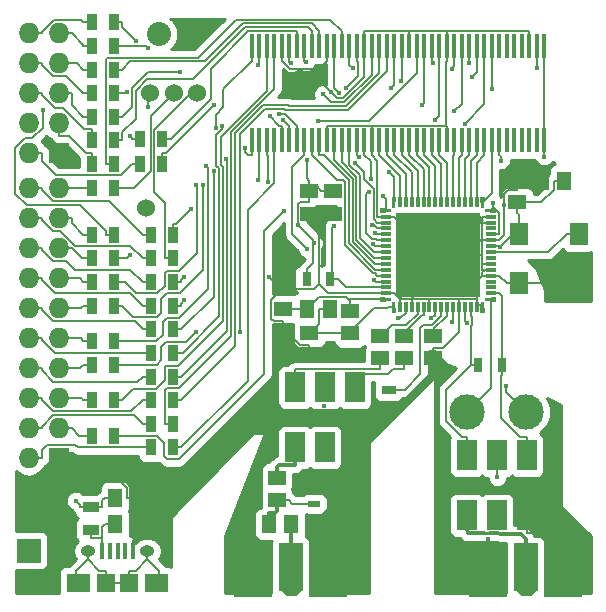
<source format=gtl>
%FSLAX34Y34*%
G04 Gerber Fmt 3.4, Leading zero omitted, Abs format*
G04 (created by PCBNEW (2014-06-12 BZR 4942)-product) date Mon 16 Jun 2014 06:59:23 PM PDT*
%MOIN*%
G01*
G70*
G90*
G04 APERTURE LIST*
%ADD10C,0.003937*%
%ADD11R,0.012000X0.036000*%
%ADD12R,0.036000X0.012000*%
%ADD13R,0.285000X0.285000*%
%ADD14R,0.047200X0.031500*%
%ADD15R,0.059000X0.051200*%
%ADD16R,0.051200X0.059000*%
%ADD17R,0.015748X0.078740*%
%ADD18R,0.015748X0.053150*%
%ADD19O,0.049213X0.037402*%
%ADD20R,0.059055X0.061024*%
%ADD21R,0.039400X0.023600*%
%ADD22R,0.035000X0.055000*%
%ADD23R,0.055000X0.035000*%
%ADD24R,0.068000X0.068000*%
%ADD25O,0.068000X0.068000*%
%ADD26R,0.130000X0.180000*%
%ADD27R,0.078700X0.160300*%
%ADD28R,0.080000X0.080000*%
%ADD29O,0.080000X0.080000*%
%ADD30C,0.060000*%
%ADD31R,0.031500X0.047200*%
%ADD32R,0.065000X0.100000*%
%ADD33R,0.061024X0.076772*%
%ADD34C,0.118100*%
%ADD35C,0.015748*%
%ADD36C,0.006299*%
%ADD37C,0.011811*%
%ADD38C,0.010000*%
G04 APERTURE END LIST*
G54D10*
G36*
X65099Y-19999D02*
X65067Y-20359D01*
X64979Y-20359D01*
X64947Y-19999D01*
X65099Y-19999D01*
X65099Y-19999D01*
G37*
G54D11*
X64823Y-20179D03*
X64623Y-20179D03*
X64433Y-20179D03*
X64233Y-20179D03*
X64033Y-20179D03*
X63843Y-20179D03*
X63643Y-20179D03*
X63443Y-20179D03*
X63243Y-20179D03*
X63053Y-20179D03*
X62853Y-20179D03*
X62653Y-20179D03*
X62463Y-20179D03*
X62263Y-20179D03*
G54D10*
G36*
X62139Y-19999D02*
X62107Y-20359D01*
X62019Y-20359D01*
X61987Y-19999D01*
X62139Y-19999D01*
X62139Y-19999D01*
G37*
G36*
X61613Y-20373D02*
X61973Y-20404D01*
X61973Y-20493D01*
X61613Y-20524D01*
X61613Y-20373D01*
X61613Y-20373D01*
G37*
G54D12*
X61793Y-20649D03*
X61793Y-20849D03*
X61793Y-21039D03*
X61793Y-21239D03*
X61793Y-21439D03*
X61793Y-21629D03*
X61793Y-21829D03*
X61793Y-22029D03*
X61793Y-22229D03*
X61793Y-22419D03*
X61793Y-22619D03*
X61793Y-22819D03*
X61793Y-23009D03*
X61793Y-23209D03*
G54D10*
G36*
X61613Y-23333D02*
X61973Y-23364D01*
X61973Y-23453D01*
X61613Y-23484D01*
X61613Y-23333D01*
X61613Y-23333D01*
G37*
G36*
X61987Y-23859D02*
X62019Y-23499D01*
X62107Y-23499D01*
X62139Y-23859D01*
X61987Y-23859D01*
X61987Y-23859D01*
G37*
G54D11*
X62263Y-23679D03*
X62463Y-23679D03*
X62653Y-23679D03*
X62853Y-23679D03*
X63053Y-23679D03*
X63243Y-23679D03*
X63443Y-23679D03*
X63643Y-23679D03*
X63843Y-23679D03*
X64033Y-23679D03*
X64233Y-23679D03*
X64433Y-23679D03*
X64623Y-23679D03*
X64823Y-23679D03*
G54D10*
G36*
X64947Y-23859D02*
X64979Y-23499D01*
X65067Y-23499D01*
X65099Y-23859D01*
X64947Y-23859D01*
X64947Y-23859D01*
G37*
G36*
X65473Y-23482D02*
X65113Y-23455D01*
X65113Y-23362D01*
X65473Y-23335D01*
X65473Y-23482D01*
X65473Y-23482D01*
G37*
G54D12*
X65293Y-23209D03*
X65293Y-23009D03*
X65293Y-22819D03*
X65293Y-22619D03*
X65293Y-22419D03*
X65293Y-22229D03*
X65293Y-22029D03*
X65293Y-21829D03*
X65293Y-21629D03*
X65293Y-21439D03*
X65293Y-21239D03*
X65293Y-21039D03*
X65293Y-20849D03*
X65293Y-20649D03*
G54D10*
G36*
X65473Y-20524D02*
X65113Y-20493D01*
X65113Y-20404D01*
X65473Y-20373D01*
X65473Y-20524D01*
X65473Y-20524D01*
G37*
G54D13*
X63543Y-21929D03*
G54D14*
X61889Y-27205D03*
X61889Y-26417D03*
G54D15*
X60039Y-19802D03*
X60039Y-20552D03*
X59251Y-19802D03*
X59251Y-20552D03*
X66181Y-20178D03*
X66181Y-19428D03*
G54D16*
X67737Y-19448D03*
X66987Y-19448D03*
G54D15*
X61614Y-25375D03*
X61614Y-24625D03*
X62401Y-25375D03*
X62401Y-24625D03*
X63385Y-24625D03*
X63385Y-25375D03*
X60614Y-24544D03*
X60614Y-23794D03*
G54D16*
X59922Y-23720D03*
X59172Y-23720D03*
X52774Y-30019D03*
X53524Y-30019D03*
G54D15*
X59251Y-24526D03*
X59251Y-25276D03*
X58366Y-23739D03*
X58366Y-24489D03*
X58169Y-29349D03*
X58169Y-30099D03*
G54D16*
X57892Y-30905D03*
X58642Y-30905D03*
X52774Y-30905D03*
X53524Y-30905D03*
G54D17*
X67079Y-14960D03*
X67079Y-18110D03*
X66829Y-14960D03*
X66829Y-18110D03*
X66579Y-14960D03*
X66579Y-18110D03*
X66329Y-14960D03*
X66329Y-18110D03*
X66079Y-14960D03*
X66079Y-18110D03*
X65829Y-14960D03*
X65829Y-18110D03*
X65579Y-14960D03*
X65579Y-18110D03*
X65329Y-14960D03*
X65329Y-18110D03*
X65079Y-14960D03*
X65079Y-18110D03*
X64829Y-14960D03*
X64829Y-18110D03*
X64579Y-14960D03*
X64579Y-18110D03*
X64329Y-14960D03*
X64329Y-18110D03*
X64079Y-14960D03*
X64079Y-18110D03*
X63829Y-14960D03*
X63829Y-18110D03*
X63579Y-14960D03*
X63579Y-18110D03*
X63329Y-14960D03*
X63329Y-18110D03*
X63079Y-14960D03*
X63079Y-18110D03*
X62829Y-14960D03*
X62829Y-18110D03*
X62579Y-14960D03*
X62579Y-18110D03*
X62329Y-14960D03*
X62329Y-18110D03*
X62079Y-14960D03*
X62079Y-18110D03*
X61829Y-14960D03*
X61829Y-18110D03*
X61579Y-14960D03*
X61579Y-18110D03*
X61329Y-14960D03*
X61329Y-18110D03*
X61079Y-14960D03*
X61079Y-18110D03*
X60829Y-14960D03*
X60829Y-18110D03*
X60579Y-14960D03*
X60579Y-18110D03*
X60329Y-14960D03*
X60329Y-18110D03*
X60079Y-14960D03*
X60079Y-18110D03*
X59829Y-14960D03*
X59829Y-18110D03*
X59579Y-14960D03*
X59579Y-18110D03*
X59329Y-14960D03*
X59329Y-18110D03*
X59079Y-14960D03*
X59079Y-18110D03*
X58829Y-14960D03*
X58829Y-18110D03*
X58579Y-14960D03*
X58579Y-18110D03*
X58329Y-14960D03*
X58329Y-18110D03*
X58079Y-14960D03*
X58079Y-18110D03*
X57829Y-14960D03*
X57829Y-18110D03*
X57579Y-14960D03*
X57579Y-18110D03*
X57329Y-14960D03*
X57329Y-18110D03*
G54D18*
X52854Y-31791D03*
X52598Y-31791D03*
X52342Y-31791D03*
X53110Y-31791D03*
X53366Y-31791D03*
G54D19*
X51870Y-31791D03*
X53838Y-31791D03*
G54D10*
G36*
X51948Y-32549D02*
X51948Y-33159D01*
X51161Y-33159D01*
X51161Y-32549D01*
X51948Y-32549D01*
X51948Y-32549D01*
G37*
G54D20*
X52460Y-32854D03*
X53248Y-32854D03*
G54D10*
G36*
X54547Y-32549D02*
X54547Y-33159D01*
X53759Y-33159D01*
X53759Y-32549D01*
X54547Y-32549D01*
X54547Y-32549D01*
G37*
G54D21*
X60275Y-30216D03*
X59409Y-30216D03*
G54D22*
X52737Y-18110D03*
X51987Y-18110D03*
X52737Y-18897D03*
X51987Y-18897D03*
X52737Y-15748D03*
X51987Y-15748D03*
X52737Y-17322D03*
X51987Y-17322D03*
X54351Y-18070D03*
X53601Y-18070D03*
X54351Y-18897D03*
X53601Y-18897D03*
X51987Y-14960D03*
X52737Y-14960D03*
X52737Y-16535D03*
X51987Y-16535D03*
X52737Y-14173D03*
X51987Y-14173D03*
G54D23*
X51968Y-30333D03*
X51968Y-31083D03*
G54D24*
X50893Y-18535D03*
G54D25*
X49893Y-18535D03*
X50893Y-17535D03*
X49893Y-17535D03*
X50893Y-16535D03*
X49893Y-16535D03*
X50893Y-15535D03*
X49893Y-15535D03*
X50893Y-14535D03*
X49893Y-14535D03*
G54D26*
X67702Y-32444D03*
G54D10*
G36*
X66094Y-33107D02*
X66881Y-33107D01*
X66645Y-33304D01*
X66330Y-33304D01*
X66094Y-33107D01*
X66094Y-33107D01*
G37*
G54D27*
X66456Y-32344D03*
G54D26*
X65210Y-32444D03*
X59868Y-32444D03*
G54D10*
G36*
X58260Y-33107D02*
X59047Y-33107D01*
X58811Y-33304D01*
X58496Y-33304D01*
X58260Y-33107D01*
X58260Y-33107D01*
G37*
G54D27*
X58622Y-32344D03*
G54D26*
X57376Y-32444D03*
G54D28*
X49901Y-31783D03*
G54D29*
X49901Y-32783D03*
G54D30*
X53805Y-20370D03*
G54D31*
X59153Y-22736D03*
X59941Y-22736D03*
X65669Y-25590D03*
X64881Y-25590D03*
G54D32*
X64488Y-30602D03*
X65488Y-30602D03*
X66488Y-30602D03*
X66488Y-28602D03*
X65488Y-28602D03*
X64488Y-28602D03*
X58759Y-28338D03*
X59759Y-28338D03*
X60759Y-28338D03*
X60759Y-26338D03*
X59759Y-26338D03*
X58759Y-26338D03*
G54D33*
X66224Y-22874D03*
X68224Y-22874D03*
X68224Y-21220D03*
X66224Y-21220D03*
G54D28*
X55224Y-14566D03*
G54D29*
X54224Y-14566D03*
G54D22*
X52737Y-27952D03*
X51987Y-27952D03*
X52737Y-26771D03*
X51987Y-26771D03*
X52737Y-25590D03*
X51987Y-25590D03*
X52737Y-24803D03*
X51987Y-24803D03*
X52737Y-23622D03*
X51987Y-23622D03*
X52737Y-22834D03*
X51987Y-22834D03*
X52737Y-22047D03*
X51987Y-22047D03*
X52737Y-21259D03*
X51987Y-21259D03*
X52737Y-19685D03*
X51987Y-19685D03*
X53955Y-28346D03*
X54705Y-28346D03*
X53955Y-27559D03*
X54705Y-27559D03*
X53955Y-26771D03*
X54705Y-26771D03*
X53955Y-25984D03*
X54705Y-25984D03*
X53955Y-25196D03*
X54705Y-25196D03*
X53955Y-24409D03*
X54705Y-24409D03*
X53955Y-23622D03*
X54705Y-23622D03*
X53955Y-22834D03*
X54705Y-22834D03*
X53955Y-22047D03*
X54705Y-22047D03*
X53955Y-21259D03*
X54705Y-21259D03*
G54D24*
X50893Y-28712D03*
G54D25*
X49893Y-28712D03*
X50893Y-27712D03*
X49893Y-27712D03*
X50893Y-26712D03*
X49893Y-26712D03*
X50893Y-25712D03*
X49893Y-25712D03*
X50893Y-24712D03*
X49893Y-24712D03*
X50893Y-23712D03*
X49893Y-23712D03*
X50893Y-22712D03*
X49893Y-22712D03*
X50893Y-21712D03*
X49893Y-21712D03*
X50893Y-20712D03*
X49893Y-20712D03*
X50893Y-19712D03*
X49893Y-19712D03*
G54D30*
X53937Y-16535D03*
X54724Y-16535D03*
X55511Y-16535D03*
G54D34*
X64488Y-27165D03*
X66456Y-27165D03*
G54D35*
X67079Y-18651D03*
X56580Y-32394D03*
X57914Y-22653D03*
X59981Y-16506D03*
X65215Y-31402D03*
X68498Y-32394D03*
X65742Y-20258D03*
X60590Y-30236D03*
X60759Y-28338D03*
X59842Y-32480D03*
X59744Y-26980D03*
X64000Y-21900D03*
X63543Y-21929D03*
X64000Y-21300D03*
X64500Y-21300D03*
X64500Y-21900D03*
X64500Y-22500D03*
X64500Y-23100D03*
X64000Y-23100D03*
X64000Y-22500D03*
X63500Y-22500D03*
X63500Y-23100D03*
X62900Y-23100D03*
X62900Y-22500D03*
X62900Y-21900D03*
X62900Y-21300D03*
X63500Y-21300D03*
X63500Y-20800D03*
X62900Y-20800D03*
X62400Y-20800D03*
X62400Y-21300D03*
X62400Y-21900D03*
X62400Y-22500D03*
X62400Y-23100D03*
X64000Y-20800D03*
X64500Y-20800D03*
X53803Y-20362D03*
X59392Y-21542D03*
X58862Y-20916D03*
X61692Y-19958D03*
X59158Y-18771D03*
X65385Y-20205D03*
X55306Y-20393D03*
X63295Y-24017D03*
X62212Y-24036D03*
X65619Y-21651D03*
X59748Y-26212D03*
X65516Y-29343D03*
X51454Y-30118D03*
X63992Y-24167D03*
X61372Y-21567D03*
X65628Y-18782D03*
X61347Y-20927D03*
X65340Y-16400D03*
X61432Y-21206D03*
X64425Y-17568D03*
X61220Y-19815D03*
X64661Y-15995D03*
X61895Y-19168D03*
X63440Y-17440D03*
X59703Y-16572D03*
X56070Y-16942D03*
X61287Y-19382D03*
X60065Y-20963D03*
X60453Y-16378D03*
X60686Y-15696D03*
X60248Y-16528D03*
X59135Y-15505D03*
X61408Y-22756D03*
X59185Y-21735D03*
X58228Y-17242D03*
X53870Y-15022D03*
X58643Y-15547D03*
X54946Y-15841D03*
X58374Y-17416D03*
X53162Y-16501D03*
X57939Y-17309D03*
X53465Y-14784D03*
X60763Y-18856D03*
X57854Y-19511D03*
X57543Y-15582D03*
X57545Y-19435D03*
X56124Y-17693D03*
X57100Y-18356D03*
X53271Y-17959D03*
X66820Y-15687D03*
X55067Y-22662D03*
X64575Y-15530D03*
X53271Y-21933D03*
X64078Y-17139D03*
X55079Y-23445D03*
X63990Y-15725D03*
X55462Y-19587D03*
X63353Y-15523D03*
X56067Y-19119D03*
X63005Y-16930D03*
X55693Y-19601D03*
X59543Y-17461D03*
X56345Y-17635D03*
X62313Y-16145D03*
X55819Y-18954D03*
X61978Y-16372D03*
X56463Y-18741D03*
X56946Y-24492D03*
X55482Y-24492D03*
X60899Y-18680D03*
X58393Y-20480D03*
X50363Y-17113D03*
X53870Y-16982D03*
X64487Y-24183D03*
X65798Y-26282D03*
G54D36*
X67079Y-18651D02*
X67079Y-18110D01*
X67079Y-18110D02*
X67079Y-14960D01*
X61531Y-27488D02*
X61557Y-27462D01*
X61275Y-27743D02*
X61531Y-27488D01*
X61531Y-27488D02*
X61531Y-27485D01*
X61531Y-27485D02*
X61811Y-27205D01*
X61811Y-27205D02*
X61889Y-27205D01*
X61889Y-27205D02*
X61968Y-27205D01*
X61968Y-27205D02*
X63385Y-25787D01*
X63385Y-25787D02*
X63385Y-25693D01*
X63385Y-25693D02*
X63385Y-25375D01*
X59855Y-32457D02*
X59868Y-32444D01*
X59868Y-32444D02*
X59868Y-32444D01*
X59855Y-32457D02*
X59842Y-32470D01*
X59842Y-32470D02*
X59842Y-32480D01*
X59868Y-32444D02*
X59855Y-32457D01*
X65210Y-31450D02*
X65210Y-31406D01*
X65210Y-31406D02*
X65215Y-31402D01*
X66488Y-30965D02*
X66488Y-31196D01*
X60759Y-27743D02*
X61275Y-27743D01*
X63385Y-25375D02*
X63385Y-25024D01*
X59583Y-20552D02*
X60039Y-20552D01*
X59251Y-20552D02*
X59583Y-20552D01*
X59583Y-22905D02*
X59583Y-20552D01*
X60759Y-28338D02*
X60759Y-27743D01*
X56580Y-32394D02*
X56631Y-32444D01*
X57376Y-32444D02*
X56631Y-32444D01*
X64233Y-23404D02*
X63243Y-23404D01*
X64233Y-23436D02*
X64233Y-23404D01*
X64233Y-23679D02*
X64233Y-23436D01*
X65018Y-21929D02*
X65018Y-22229D01*
X65018Y-21439D02*
X65018Y-21929D01*
X63543Y-21929D02*
X65018Y-21929D01*
X62067Y-20649D02*
X63347Y-21929D01*
X63347Y-21929D02*
X63543Y-21929D01*
X64823Y-23404D02*
X64823Y-22814D01*
X64823Y-22814D02*
X65018Y-22619D01*
X64823Y-23436D02*
X64823Y-23404D01*
X64233Y-23404D02*
X64823Y-23404D01*
X63385Y-25024D02*
X63692Y-25024D01*
X63692Y-25024D02*
X64233Y-24483D01*
X64233Y-24483D02*
X64233Y-23679D01*
X61079Y-15448D02*
X61079Y-15997D01*
X61079Y-15997D02*
X60371Y-16705D01*
X60371Y-16705D02*
X60180Y-16705D01*
X60180Y-16705D02*
X59981Y-16506D01*
X61518Y-20649D02*
X61518Y-19940D01*
X61518Y-19940D02*
X61519Y-19939D01*
X61519Y-19939D02*
X61519Y-18788D01*
X61519Y-18788D02*
X61329Y-18598D01*
X63791Y-17621D02*
X63829Y-17621D01*
X61329Y-17621D02*
X63791Y-17621D01*
X63829Y-15448D02*
X63791Y-15487D01*
X63791Y-15487D02*
X63791Y-17621D01*
X63829Y-14960D02*
X63829Y-15448D01*
X63829Y-14732D02*
X63829Y-14960D01*
X63829Y-14732D02*
X63829Y-14503D01*
X63829Y-18110D02*
X63829Y-17621D01*
X59829Y-17621D02*
X61329Y-17621D01*
X58331Y-23070D02*
X57976Y-23425D01*
X57976Y-23425D02*
X57976Y-24055D01*
X57976Y-24055D02*
X58059Y-24138D01*
X58059Y-24138D02*
X58366Y-24138D01*
X59583Y-22905D02*
X59418Y-23070D01*
X59418Y-23070D02*
X58331Y-23070D01*
X58331Y-23070D02*
X57914Y-22653D01*
X58329Y-15448D02*
X58329Y-15479D01*
X58329Y-15479D02*
X58590Y-15740D01*
X58590Y-15740D02*
X59538Y-15740D01*
X59981Y-16506D02*
X59538Y-16063D01*
X59538Y-16063D02*
X59538Y-15740D01*
X59538Y-15740D02*
X59829Y-15448D01*
X58329Y-14960D02*
X58329Y-15448D01*
X59251Y-25276D02*
X59251Y-24925D01*
X58366Y-24313D02*
X58366Y-24352D01*
X58366Y-24352D02*
X58939Y-24925D01*
X58939Y-24925D02*
X59251Y-24925D01*
X58366Y-24313D02*
X58366Y-24138D01*
X58366Y-24489D02*
X58366Y-24313D01*
X66181Y-19428D02*
X66570Y-19428D01*
X66987Y-19448D02*
X66591Y-19448D01*
X66591Y-19448D02*
X66570Y-19428D01*
X66181Y-19428D02*
X66181Y-19778D01*
X65742Y-20258D02*
X65742Y-19910D01*
X65742Y-19910D02*
X65874Y-19778D01*
X65874Y-19778D02*
X66181Y-19778D01*
X65567Y-21439D02*
X65742Y-21264D01*
X65742Y-21264D02*
X65742Y-20258D01*
X61518Y-23209D02*
X61514Y-23204D01*
X61514Y-23204D02*
X59882Y-23204D01*
X59882Y-23204D02*
X59583Y-22905D01*
X61793Y-23209D02*
X61518Y-23209D01*
X62263Y-23404D02*
X62067Y-23209D01*
X62067Y-23209D02*
X61793Y-23209D01*
X65210Y-32444D02*
X65210Y-31450D01*
X61793Y-20649D02*
X61518Y-20649D01*
X61329Y-18110D02*
X61329Y-18598D01*
X61930Y-20649D02*
X61793Y-20649D01*
X61930Y-20649D02*
X62067Y-20649D01*
X61079Y-14960D02*
X61079Y-14472D01*
X62579Y-14472D02*
X61079Y-14472D01*
X63829Y-14472D02*
X62579Y-14472D01*
X61079Y-14960D02*
X61079Y-15448D01*
X59829Y-14960D02*
X59829Y-15448D01*
X66488Y-30602D02*
X66488Y-30899D01*
X66488Y-30899D02*
X66488Y-30965D01*
X63829Y-14503D02*
X63829Y-14472D01*
X66579Y-14960D02*
X66579Y-14472D01*
X63829Y-14472D02*
X66579Y-14472D01*
X68498Y-32394D02*
X68447Y-32444D01*
X67702Y-32444D02*
X68447Y-32444D01*
X59829Y-18110D02*
X59829Y-17621D01*
X61329Y-18110D02*
X61329Y-17621D01*
X65293Y-21439D02*
X65018Y-21439D01*
X65018Y-20849D02*
X65018Y-21439D01*
X65293Y-21439D02*
X65567Y-21439D01*
X63243Y-23404D02*
X62684Y-23404D01*
X62684Y-23404D02*
X62653Y-23436D01*
X63243Y-23679D02*
X63243Y-23404D01*
X65050Y-20849D02*
X65018Y-20849D01*
X65293Y-20849D02*
X65050Y-20849D01*
X65293Y-20649D02*
X65018Y-20649D01*
X65018Y-20649D02*
X65018Y-20849D01*
X65018Y-22419D02*
X65018Y-22229D01*
X64823Y-23596D02*
X64823Y-23436D01*
X62653Y-23436D02*
X62621Y-23404D01*
X62621Y-23404D02*
X62263Y-23404D01*
X62653Y-23679D02*
X62653Y-23436D01*
X53524Y-30905D02*
X53524Y-30515D01*
X53372Y-30019D02*
X53372Y-30363D01*
X53372Y-30363D02*
X53524Y-30515D01*
X53372Y-30019D02*
X53174Y-30019D01*
X53524Y-30019D02*
X53372Y-30019D01*
X53366Y-31791D02*
X53366Y-31430D01*
X53524Y-30905D02*
X53524Y-31295D01*
X53524Y-31295D02*
X53388Y-31430D01*
X53388Y-31430D02*
X53366Y-31430D01*
X65102Y-22419D02*
X65018Y-22503D01*
X65018Y-22503D02*
X65018Y-22619D01*
X64823Y-23596D02*
X64940Y-23596D01*
X64940Y-23596D02*
X65023Y-23679D01*
X64823Y-23679D02*
X64823Y-23596D01*
X62263Y-23679D02*
X62263Y-23404D01*
X65187Y-22419D02*
X65102Y-22419D01*
X65102Y-22419D02*
X65018Y-22419D01*
X65293Y-22619D02*
X65018Y-22619D01*
X65293Y-22419D02*
X65187Y-22419D01*
X65293Y-22229D02*
X65018Y-22229D01*
X53174Y-30019D02*
X53174Y-29712D01*
X53174Y-29712D02*
X52173Y-28712D01*
X52173Y-28712D02*
X50893Y-28712D01*
X62579Y-14960D02*
X62579Y-14472D01*
X60275Y-30216D02*
X60275Y-30216D01*
X60275Y-30216D02*
X60570Y-30216D01*
X60570Y-30216D02*
X60590Y-30236D01*
X67702Y-32444D02*
X67702Y-31450D01*
X66488Y-31196D02*
X67449Y-31196D01*
X67449Y-31196D02*
X67702Y-31450D01*
X66224Y-22874D02*
X65824Y-22874D01*
X65824Y-22874D02*
X65569Y-22619D01*
X65569Y-22619D02*
X65293Y-22619D01*
X68224Y-22874D02*
X66224Y-22874D01*
X63970Y-21929D02*
X64000Y-21900D01*
X63543Y-21756D02*
X63543Y-21929D01*
X64000Y-21300D02*
X63543Y-21756D01*
X63870Y-21929D02*
X63543Y-21929D01*
X64500Y-21300D02*
X63870Y-21929D01*
X64470Y-21929D02*
X63543Y-21929D01*
X64500Y-21900D02*
X64470Y-21929D01*
X63929Y-21929D02*
X63543Y-21929D01*
X64500Y-22500D02*
X63929Y-21929D01*
X63543Y-22143D02*
X63543Y-21929D01*
X64500Y-23100D02*
X63543Y-22143D01*
X63543Y-22643D02*
X63543Y-21929D01*
X64000Y-23100D02*
X63543Y-22643D01*
X63543Y-22043D02*
X63543Y-21929D01*
X64000Y-22500D02*
X63543Y-22043D01*
X63543Y-22456D02*
X63543Y-21929D01*
X63500Y-22500D02*
X63543Y-22456D01*
X63543Y-23056D02*
X63543Y-21929D01*
X63500Y-23100D02*
X63543Y-23056D01*
X63543Y-22456D02*
X63543Y-21929D01*
X62900Y-23100D02*
X63543Y-22456D01*
X63470Y-21929D02*
X63543Y-21929D01*
X62900Y-22500D02*
X63470Y-21929D01*
X62929Y-21929D02*
X63543Y-21929D01*
X62900Y-21900D02*
X62929Y-21929D01*
X63529Y-21929D02*
X63543Y-21929D01*
X62900Y-21300D02*
X63529Y-21929D01*
X63543Y-21343D02*
X63543Y-21929D01*
X63500Y-21300D02*
X63543Y-21343D01*
X63543Y-20843D02*
X63543Y-21929D01*
X63500Y-20800D02*
X63543Y-20843D01*
X63543Y-21443D02*
X63543Y-21929D01*
X62900Y-20800D02*
X63543Y-21443D01*
X63529Y-21929D02*
X63543Y-21929D01*
X62400Y-20800D02*
X63529Y-21929D01*
X63029Y-21929D02*
X63543Y-21929D01*
X62400Y-21300D02*
X63029Y-21929D01*
X62429Y-21929D02*
X63543Y-21929D01*
X62400Y-21900D02*
X62429Y-21929D01*
X62970Y-21929D02*
X63543Y-21929D01*
X62400Y-22500D02*
X62970Y-21929D01*
X63543Y-21956D02*
X63543Y-21929D01*
X62400Y-23100D02*
X63543Y-21956D01*
X63543Y-21256D02*
X63543Y-21929D01*
X64000Y-20800D02*
X63543Y-21256D01*
X63543Y-21756D02*
X63543Y-21929D01*
X64500Y-20800D02*
X63543Y-21756D01*
X59251Y-19802D02*
X59251Y-20152D01*
X58862Y-20916D02*
X59377Y-21431D01*
X59377Y-21431D02*
X59377Y-21542D01*
X58862Y-20916D02*
X58862Y-20235D01*
X58862Y-20235D02*
X58945Y-20152D01*
X58945Y-20152D02*
X59251Y-20152D01*
X60039Y-19802D02*
X59649Y-19802D01*
X59251Y-19644D02*
X59491Y-19644D01*
X59491Y-19644D02*
X59649Y-19802D01*
X59251Y-19644D02*
X59251Y-19451D01*
X59251Y-19802D02*
X59251Y-19644D01*
X59377Y-21542D02*
X59392Y-21542D01*
X59377Y-21542D02*
X59377Y-22181D01*
X59377Y-22181D02*
X59153Y-22405D01*
X59153Y-22736D02*
X59153Y-22405D01*
X61793Y-20449D02*
X61793Y-20058D01*
X61793Y-20058D02*
X61692Y-19958D01*
X59251Y-19451D02*
X59158Y-19358D01*
X59158Y-19358D02*
X59158Y-18771D01*
X65385Y-20373D02*
X65396Y-20373D01*
X65396Y-20373D02*
X65567Y-20544D01*
X65567Y-20544D02*
X65567Y-21239D01*
X65293Y-20449D02*
X65369Y-20373D01*
X65369Y-20373D02*
X65385Y-20373D01*
X65385Y-20205D02*
X65385Y-20373D01*
X65293Y-21239D02*
X65567Y-21239D01*
X54705Y-21259D02*
X54705Y-20890D01*
X55306Y-20393D02*
X54809Y-20890D01*
X54809Y-20890D02*
X54705Y-20890D01*
X63443Y-23679D02*
X63443Y-23953D01*
X63295Y-24017D02*
X63359Y-23953D01*
X63359Y-23953D02*
X63443Y-23953D01*
X62212Y-24036D02*
X62280Y-24036D01*
X62280Y-24036D02*
X62463Y-23852D01*
X62463Y-23852D02*
X62463Y-23679D01*
X66181Y-20178D02*
X66181Y-20528D01*
X66224Y-20742D02*
X66224Y-20572D01*
X66224Y-20572D02*
X66181Y-20528D01*
X65619Y-21651D02*
X66050Y-21220D01*
X66050Y-21220D02*
X66224Y-21220D01*
X65567Y-21629D02*
X65590Y-21651D01*
X65590Y-21651D02*
X65619Y-21651D01*
X66224Y-21220D02*
X66224Y-20742D01*
X65293Y-21629D02*
X65567Y-21629D01*
X67737Y-19448D02*
X67386Y-19448D01*
X67386Y-19448D02*
X67386Y-19755D01*
X67386Y-19755D02*
X66964Y-20178D01*
X66964Y-20178D02*
X66181Y-20178D01*
X59748Y-26326D02*
X59748Y-26323D01*
X59748Y-26323D02*
X59748Y-26212D01*
X59759Y-26338D02*
X59748Y-26326D01*
X61614Y-25375D02*
X61614Y-25725D01*
X58759Y-26338D02*
X58759Y-25743D01*
X58759Y-25743D02*
X61595Y-25743D01*
X61595Y-25743D02*
X61614Y-25725D01*
X62853Y-23901D02*
X62853Y-23679D01*
X62003Y-24274D02*
X62480Y-24274D01*
X61653Y-24625D02*
X62003Y-24274D01*
X61614Y-24625D02*
X61653Y-24625D01*
X62480Y-24274D02*
X62853Y-23901D01*
X60759Y-26338D02*
X60759Y-26157D01*
X60759Y-26157D02*
X61019Y-25897D01*
X61019Y-25897D02*
X61878Y-25897D01*
X61878Y-25897D02*
X62050Y-25725D01*
X62050Y-25725D02*
X62401Y-25725D01*
X62401Y-25725D02*
X62401Y-25375D01*
X62401Y-24531D02*
X63010Y-23922D01*
X62401Y-24625D02*
X62401Y-24531D01*
X63010Y-23922D02*
X63053Y-23922D01*
X63053Y-23922D02*
X63053Y-23679D01*
X63843Y-23679D02*
X63843Y-23953D01*
X63843Y-23953D02*
X63385Y-24411D01*
X63385Y-24411D02*
X63385Y-24625D01*
X60614Y-24544D02*
X59269Y-24544D01*
X59269Y-24544D02*
X59251Y-24526D01*
X62063Y-23679D02*
X61853Y-23679D01*
X60747Y-24355D02*
X60708Y-24355D01*
X61853Y-23679D02*
X61847Y-23685D01*
X61847Y-23685D02*
X61417Y-23685D01*
X61417Y-23685D02*
X60747Y-24355D01*
X60457Y-24651D02*
X60457Y-24606D01*
X60457Y-24651D02*
X60457Y-24606D01*
X60457Y-24606D02*
X60708Y-24355D01*
X60808Y-24606D02*
X60819Y-24594D01*
X59290Y-24527D02*
X59290Y-24527D01*
X59290Y-24527D02*
X59252Y-24527D01*
X59252Y-24527D02*
X59252Y-24526D01*
X59252Y-24526D02*
X59251Y-24526D01*
X59571Y-23720D02*
X59571Y-24245D01*
X59571Y-24245D02*
X59290Y-24527D01*
X59922Y-23720D02*
X59571Y-23720D01*
X60984Y-23401D02*
X60540Y-23401D01*
X61645Y-23401D02*
X61532Y-23401D01*
X60992Y-23401D02*
X61532Y-23401D01*
X60984Y-23401D02*
X60992Y-23401D01*
X60540Y-23401D02*
X60523Y-23384D01*
X60614Y-23794D02*
X60614Y-23475D01*
X60523Y-23384D02*
X60614Y-23475D01*
X59172Y-23720D02*
X59561Y-23330D01*
X60469Y-23330D02*
X60523Y-23384D01*
X59561Y-23330D02*
X60469Y-23330D01*
X58366Y-23739D02*
X58755Y-23739D01*
X59172Y-23720D02*
X58774Y-23720D01*
X58774Y-23720D02*
X58755Y-23739D01*
X65488Y-28602D02*
X65488Y-29196D01*
X65488Y-29196D02*
X65516Y-29225D01*
X65516Y-29225D02*
X65516Y-29343D01*
X51968Y-30333D02*
X51598Y-30333D01*
X51454Y-30118D02*
X51598Y-30262D01*
X51598Y-30262D02*
X51598Y-30333D01*
X51968Y-30333D02*
X52338Y-30333D01*
X52774Y-30019D02*
X52424Y-30019D01*
X52338Y-30333D02*
X52338Y-30105D01*
X52338Y-30105D02*
X52424Y-30019D01*
G54D37*
X58169Y-29349D02*
X58169Y-28998D01*
X58759Y-28338D02*
X58759Y-28933D01*
X58759Y-28933D02*
X58234Y-28933D01*
X58234Y-28933D02*
X58169Y-28998D01*
X57892Y-30905D02*
X57892Y-30515D01*
X58169Y-30099D02*
X58169Y-30450D01*
X57892Y-30515D02*
X58103Y-30515D01*
X58103Y-30515D02*
X58169Y-30450D01*
G54D36*
X58169Y-30099D02*
X58558Y-30099D01*
X59409Y-30216D02*
X58676Y-30216D01*
X58676Y-30216D02*
X58558Y-30099D01*
X63992Y-24167D02*
X64033Y-24126D01*
X64033Y-24126D02*
X64033Y-23679D01*
X58622Y-32344D02*
X58653Y-32376D01*
X58653Y-32376D02*
X58653Y-33205D01*
X58622Y-30926D02*
X58642Y-30905D01*
G54D37*
X58622Y-32344D02*
X58622Y-30926D01*
G54D36*
X52342Y-31353D02*
X52342Y-30987D01*
X52342Y-30987D02*
X52424Y-30905D01*
X52342Y-31462D02*
X52342Y-31353D01*
X51968Y-31353D02*
X52342Y-31353D01*
X52774Y-30905D02*
X52424Y-30905D01*
X52342Y-31791D02*
X52342Y-31462D01*
X51968Y-31083D02*
X51968Y-31353D01*
X65579Y-18110D02*
X65579Y-18598D01*
X61372Y-21567D02*
X61434Y-21629D01*
X61434Y-21629D02*
X61793Y-21629D01*
X65579Y-18598D02*
X65628Y-18647D01*
X65628Y-18647D02*
X65628Y-18782D01*
X65329Y-14960D02*
X65329Y-16389D01*
X65329Y-16389D02*
X65340Y-16400D01*
X61347Y-20927D02*
X61407Y-20927D01*
X61407Y-20927D02*
X61518Y-21039D01*
X61793Y-21039D02*
X61518Y-21039D01*
X65329Y-18110D02*
X65329Y-19872D01*
X65329Y-19872D02*
X65023Y-20179D01*
X65079Y-14960D02*
X65079Y-16913D01*
X65079Y-16913D02*
X64425Y-17568D01*
X61793Y-21239D02*
X61518Y-21239D01*
X61432Y-21206D02*
X61485Y-21206D01*
X61485Y-21206D02*
X61518Y-21239D01*
X65079Y-18110D02*
X65079Y-18598D01*
X65079Y-18598D02*
X64823Y-18854D01*
X64823Y-18854D02*
X64823Y-20179D01*
X61518Y-21439D02*
X61473Y-21393D01*
X61473Y-21393D02*
X61347Y-21393D01*
X61347Y-21393D02*
X61144Y-21190D01*
X61144Y-21190D02*
X61144Y-19891D01*
X61144Y-19891D02*
X61220Y-19815D01*
X64829Y-14960D02*
X64829Y-15826D01*
X64829Y-15826D02*
X64661Y-15995D01*
X61793Y-21439D02*
X61518Y-21439D01*
X64829Y-18110D02*
X64829Y-18598D01*
X64829Y-18598D02*
X64623Y-18804D01*
X64623Y-18804D02*
X64623Y-20179D01*
X64579Y-18110D02*
X64579Y-18598D01*
X64579Y-18598D02*
X64433Y-18744D01*
X64433Y-18744D02*
X64433Y-20179D01*
X64329Y-18110D02*
X64329Y-18598D01*
X64329Y-18598D02*
X64233Y-18694D01*
X64233Y-18694D02*
X64233Y-20179D01*
X64079Y-18110D02*
X64079Y-18598D01*
X64079Y-18598D02*
X64033Y-18644D01*
X64033Y-18644D02*
X64033Y-20179D01*
X63579Y-14960D02*
X63579Y-15448D01*
X63579Y-15448D02*
X63579Y-17300D01*
X63579Y-17300D02*
X63440Y-17440D01*
X61895Y-19168D02*
X62063Y-19336D01*
X62063Y-19336D02*
X62063Y-20179D01*
X63579Y-18110D02*
X63579Y-18598D01*
X63579Y-18598D02*
X63843Y-18862D01*
X63843Y-18862D02*
X63843Y-20179D01*
X63329Y-18110D02*
X63329Y-18598D01*
X63329Y-18598D02*
X63643Y-18912D01*
X63643Y-18912D02*
X63643Y-20179D01*
X63079Y-18110D02*
X63079Y-18598D01*
X63079Y-18598D02*
X63443Y-18962D01*
X63443Y-18962D02*
X63443Y-20179D01*
X62829Y-18110D02*
X62829Y-18598D01*
X62829Y-18598D02*
X63243Y-19012D01*
X63243Y-19012D02*
X63243Y-20179D01*
X62579Y-18110D02*
X62579Y-18598D01*
X62579Y-18598D02*
X63053Y-19072D01*
X63053Y-19072D02*
X63053Y-20179D01*
X62329Y-18110D02*
X62329Y-18598D01*
X62853Y-20179D02*
X62853Y-19122D01*
X62853Y-19122D02*
X62329Y-18598D01*
X62079Y-18110D02*
X62079Y-18598D01*
X62079Y-18598D02*
X62653Y-19172D01*
X62653Y-19172D02*
X62653Y-20179D01*
X62463Y-19904D02*
X62463Y-19232D01*
X62463Y-19232D02*
X61829Y-18598D01*
X62463Y-20179D02*
X62463Y-19904D01*
X61829Y-18110D02*
X61829Y-18598D01*
X62263Y-19904D02*
X62263Y-19282D01*
X62263Y-19282D02*
X61579Y-18598D01*
X62263Y-20179D02*
X62263Y-19904D01*
X61579Y-18110D02*
X61579Y-18598D01*
X54351Y-18528D02*
X54484Y-18528D01*
X54484Y-18528D02*
X56070Y-16942D01*
X61329Y-14960D02*
X61329Y-15928D01*
X61329Y-15928D02*
X60415Y-16842D01*
X60415Y-16842D02*
X59972Y-16842D01*
X59972Y-16842D02*
X59703Y-16572D01*
X54351Y-18897D02*
X54351Y-18528D01*
X61079Y-18598D02*
X61287Y-18806D01*
X61287Y-18806D02*
X61287Y-19382D01*
X60004Y-22736D02*
X60004Y-21024D01*
X60004Y-21024D02*
X60065Y-20963D01*
X61079Y-18110D02*
X61079Y-18598D01*
X59941Y-22736D02*
X60004Y-22736D01*
X60004Y-22736D02*
X60193Y-22736D01*
X60193Y-22736D02*
X60466Y-23009D01*
X60466Y-23009D02*
X61793Y-23009D01*
X60829Y-15448D02*
X60860Y-15479D01*
X60860Y-15479D02*
X60860Y-15971D01*
X60860Y-15971D02*
X60453Y-16378D01*
X60829Y-14960D02*
X60829Y-15448D01*
X60686Y-15696D02*
X60579Y-15589D01*
X60579Y-15589D02*
X60579Y-14960D01*
X61518Y-21829D02*
X61389Y-21829D01*
X61389Y-21829D02*
X60938Y-21378D01*
X60938Y-21378D02*
X60938Y-19276D01*
X60938Y-19276D02*
X60579Y-18918D01*
X60579Y-18918D02*
X60579Y-18598D01*
X61793Y-21829D02*
X61518Y-21829D01*
X60579Y-18110D02*
X60579Y-18598D01*
X60329Y-14960D02*
X60329Y-14472D01*
X52737Y-18897D02*
X52467Y-18897D01*
X52467Y-18897D02*
X52467Y-15408D01*
X52467Y-15408D02*
X52524Y-15352D01*
X52524Y-15352D02*
X55533Y-15352D01*
X55533Y-15352D02*
X56803Y-14082D01*
X56803Y-14082D02*
X59939Y-14082D01*
X59939Y-14082D02*
X60329Y-14472D01*
X61793Y-22029D02*
X61410Y-22029D01*
X61410Y-22029D02*
X60812Y-21430D01*
X60812Y-21430D02*
X60812Y-19329D01*
X60812Y-19329D02*
X60329Y-18846D01*
X60329Y-18846D02*
X60329Y-18598D01*
X60329Y-18598D02*
X60329Y-18598D01*
X60329Y-18110D02*
X60329Y-18598D01*
X60079Y-15448D02*
X60079Y-16359D01*
X60079Y-16359D02*
X60248Y-16528D01*
X60079Y-14960D02*
X60079Y-15448D01*
X61518Y-22229D02*
X61432Y-22229D01*
X61432Y-22229D02*
X60686Y-21482D01*
X60686Y-21482D02*
X60686Y-19381D01*
X60686Y-19381D02*
X60079Y-18775D01*
X60079Y-18775D02*
X60079Y-18110D01*
X61793Y-22229D02*
X61518Y-22229D01*
X53006Y-15748D02*
X53276Y-15478D01*
X53276Y-15478D02*
X55780Y-15478D01*
X55780Y-15478D02*
X57045Y-14213D01*
X57045Y-14213D02*
X59320Y-14213D01*
X59320Y-14213D02*
X59579Y-14472D01*
X59579Y-14960D02*
X59579Y-14472D01*
X52737Y-15748D02*
X53006Y-15748D01*
X61793Y-22419D02*
X61435Y-22419D01*
X61435Y-22419D02*
X60559Y-21544D01*
X60559Y-21544D02*
X60559Y-19437D01*
X60559Y-19437D02*
X59721Y-18598D01*
X59721Y-18598D02*
X59579Y-18598D01*
X59579Y-18110D02*
X59579Y-18598D01*
X53006Y-18110D02*
X53006Y-17840D01*
X53006Y-17840D02*
X53461Y-17385D01*
X53461Y-17385D02*
X53461Y-16448D01*
X53461Y-16448D02*
X53832Y-16077D01*
X53832Y-16077D02*
X55359Y-16077D01*
X55359Y-16077D02*
X57096Y-14340D01*
X57096Y-14340D02*
X59198Y-14340D01*
X59198Y-14340D02*
X59329Y-14472D01*
X59329Y-14960D02*
X59329Y-14472D01*
X52737Y-18110D02*
X53006Y-18110D01*
X61793Y-22619D02*
X61518Y-22619D01*
X59329Y-18110D02*
X59329Y-18598D01*
X59329Y-18598D02*
X60154Y-19423D01*
X60154Y-19423D02*
X60367Y-19423D01*
X60367Y-19423D02*
X60429Y-19484D01*
X60429Y-19484D02*
X60429Y-21591D01*
X60429Y-21591D02*
X61382Y-22545D01*
X61382Y-22545D02*
X61444Y-22545D01*
X61444Y-22545D02*
X61518Y-22619D01*
X59135Y-15505D02*
X59079Y-15448D01*
X59079Y-14960D02*
X59079Y-15448D01*
X59079Y-18110D02*
X59079Y-18598D01*
X61408Y-22756D02*
X61471Y-22819D01*
X61471Y-22819D02*
X61793Y-22819D01*
X59079Y-18598D02*
X58681Y-18996D01*
X58681Y-18996D02*
X58681Y-21231D01*
X58681Y-21231D02*
X59185Y-21735D01*
X58829Y-14472D02*
X57210Y-14472D01*
X57210Y-14472D02*
X55967Y-15715D01*
X55967Y-15715D02*
X55967Y-16724D01*
X55967Y-16724D02*
X54620Y-18070D01*
X58829Y-14960D02*
X58829Y-14472D01*
X54351Y-18070D02*
X54620Y-18070D01*
X58829Y-17621D02*
X58449Y-17242D01*
X58449Y-17242D02*
X58228Y-17242D01*
X58829Y-18110D02*
X58829Y-17621D01*
X52737Y-14960D02*
X53809Y-14960D01*
X53809Y-14960D02*
X53870Y-15022D01*
X53006Y-17322D02*
X53335Y-16994D01*
X53335Y-16994D02*
X53335Y-16365D01*
X53335Y-16365D02*
X53860Y-15841D01*
X53860Y-15841D02*
X54946Y-15841D01*
X52737Y-17322D02*
X53006Y-17322D01*
X58643Y-15547D02*
X58579Y-15484D01*
X58579Y-15484D02*
X58579Y-14960D01*
X58579Y-17621D02*
X58374Y-17416D01*
X53162Y-16501D02*
X53127Y-16535D01*
X53127Y-16535D02*
X52737Y-16535D01*
X58579Y-18110D02*
X58579Y-17621D01*
X53006Y-14173D02*
X53006Y-14326D01*
X53006Y-14326D02*
X53465Y-14784D01*
X57939Y-17309D02*
X58251Y-17621D01*
X58251Y-17621D02*
X58329Y-17621D01*
X52737Y-14173D02*
X53006Y-14173D01*
X58329Y-18110D02*
X58329Y-17621D01*
X57829Y-18598D02*
X57854Y-18623D01*
X57854Y-18623D02*
X57854Y-19511D01*
X60763Y-18856D02*
X61069Y-19163D01*
X61069Y-19163D02*
X61069Y-19409D01*
X61069Y-19409D02*
X61393Y-19733D01*
X61393Y-19733D02*
X61393Y-19733D01*
X61393Y-19733D02*
X61393Y-19887D01*
X61393Y-19887D02*
X61386Y-19893D01*
X61386Y-19893D02*
X61386Y-20717D01*
X61386Y-20717D02*
X61518Y-20849D01*
X57829Y-18110D02*
X57829Y-18598D01*
X61793Y-20849D02*
X61518Y-20849D01*
X57579Y-14960D02*
X57579Y-15546D01*
X57579Y-15546D02*
X57543Y-15582D01*
X57545Y-19435D02*
X57579Y-19400D01*
X57579Y-19400D02*
X57579Y-18110D01*
X57329Y-15448D02*
X56380Y-16398D01*
X56380Y-16398D02*
X56380Y-16993D01*
X56380Y-16993D02*
X56124Y-17248D01*
X56124Y-17248D02*
X56124Y-17693D01*
X57329Y-14960D02*
X57329Y-15448D01*
X57329Y-18598D02*
X57199Y-18598D01*
X57199Y-18598D02*
X57100Y-18499D01*
X57100Y-18499D02*
X57100Y-18356D01*
X57329Y-18110D02*
X57329Y-18598D01*
X52460Y-32854D02*
X52460Y-32454D01*
X52460Y-32454D02*
X52251Y-32454D01*
X52251Y-32454D02*
X51870Y-32072D01*
X53248Y-32854D02*
X52460Y-32854D01*
X51870Y-31791D02*
X51870Y-32072D01*
X51476Y-32854D02*
X51476Y-32454D01*
X51476Y-32454D02*
X51858Y-32072D01*
X51858Y-32072D02*
X51870Y-32072D01*
X53248Y-32854D02*
X53248Y-32454D01*
X53248Y-32454D02*
X53456Y-32454D01*
X53456Y-32454D02*
X53838Y-32072D01*
X53838Y-31791D02*
X53838Y-32072D01*
X54232Y-32854D02*
X54232Y-32454D01*
X54232Y-32454D02*
X53850Y-32072D01*
X53850Y-32072D02*
X53838Y-32072D01*
X51987Y-18528D02*
X51798Y-18528D01*
X51798Y-18528D02*
X51240Y-17970D01*
X51240Y-17970D02*
X50893Y-17970D01*
X51987Y-18897D02*
X51987Y-18528D01*
X50893Y-17535D02*
X50893Y-17970D01*
X51987Y-17322D02*
X51717Y-17322D01*
X50893Y-16535D02*
X51328Y-16535D01*
X51328Y-16535D02*
X51328Y-16933D01*
X51328Y-16933D02*
X51717Y-17322D01*
X53601Y-18070D02*
X53331Y-18070D01*
X53271Y-17959D02*
X53331Y-18020D01*
X53331Y-18020D02*
X53331Y-18070D01*
X53601Y-18897D02*
X53331Y-18897D01*
X49893Y-18535D02*
X50328Y-18535D01*
X50328Y-18535D02*
X50328Y-18807D01*
X50328Y-18807D02*
X50788Y-19267D01*
X50788Y-19267D02*
X52962Y-19267D01*
X52962Y-19267D02*
X53331Y-18897D01*
X64488Y-30602D02*
X64488Y-31148D01*
X66298Y-31224D02*
X66456Y-31382D01*
X64564Y-31224D02*
X66298Y-31224D01*
X64488Y-31148D02*
X64564Y-31224D01*
X66456Y-31382D02*
X66456Y-32344D01*
X66488Y-33205D02*
X66488Y-32376D01*
X66488Y-32376D02*
X66456Y-32344D01*
G54D37*
X66456Y-31382D02*
X66456Y-32344D01*
X66388Y-31314D02*
X66456Y-31382D01*
X66335Y-31261D02*
X66388Y-31314D01*
X65910Y-31224D02*
X65588Y-31224D01*
X66291Y-31224D02*
X65910Y-31224D01*
X65525Y-31196D02*
X65255Y-31196D01*
G54D36*
X65525Y-31196D02*
X66204Y-31196D01*
G54D37*
X64896Y-31196D02*
X64536Y-31196D01*
G54D36*
X64488Y-31196D02*
X64896Y-31196D01*
G54D37*
X64488Y-31108D02*
X64488Y-30602D01*
G54D36*
X64488Y-31108D02*
X64488Y-31196D01*
G54D37*
X65023Y-31196D02*
X65067Y-31196D01*
X64896Y-31196D02*
X65023Y-31196D01*
G54D36*
X65067Y-31196D02*
X65525Y-31196D01*
G54D37*
X66328Y-31261D02*
X66291Y-31224D01*
G54D36*
X62952Y-25889D02*
X62425Y-26417D01*
X62425Y-26417D02*
X61889Y-26417D01*
X62952Y-25889D02*
X62952Y-24371D01*
X62952Y-24371D02*
X63049Y-24274D01*
X63049Y-24274D02*
X63322Y-24274D01*
X63322Y-24274D02*
X63643Y-23953D01*
X63643Y-23953D02*
X63643Y-23679D01*
X65669Y-25590D02*
X65669Y-25921D01*
X65669Y-25921D02*
X65625Y-25965D01*
X65625Y-25965D02*
X65625Y-27354D01*
X65625Y-27354D02*
X66278Y-28007D01*
X66278Y-28007D02*
X66488Y-28007D01*
X66488Y-28602D02*
X66488Y-28007D01*
X65293Y-23209D02*
X65567Y-23209D01*
X65669Y-25590D02*
X65669Y-23310D01*
X65669Y-23310D02*
X65567Y-23209D01*
X64629Y-25590D02*
X64629Y-24286D01*
X64629Y-24286D02*
X64660Y-24255D01*
X64660Y-24255D02*
X64660Y-23990D01*
X64660Y-23990D02*
X64623Y-23953D01*
X64488Y-28602D02*
X64488Y-28007D01*
X64488Y-28007D02*
X64330Y-28007D01*
X64330Y-28007D02*
X63801Y-27478D01*
X63801Y-27478D02*
X63801Y-26418D01*
X63801Y-26418D02*
X64629Y-25590D01*
X64623Y-23679D02*
X64623Y-23953D01*
X64881Y-25590D02*
X64629Y-25590D01*
X68224Y-21220D02*
X67824Y-21220D01*
X67824Y-21220D02*
X67216Y-21829D01*
X67216Y-21829D02*
X65293Y-21829D01*
X51987Y-18110D02*
X51987Y-17740D01*
X49893Y-16535D02*
X50328Y-16535D01*
X50328Y-16535D02*
X50328Y-16592D01*
X50328Y-16592D02*
X50771Y-17035D01*
X50771Y-17035D02*
X51031Y-17035D01*
X51031Y-17035D02*
X51736Y-17740D01*
X51736Y-17740D02*
X51987Y-17740D01*
X51987Y-15748D02*
X51717Y-15748D01*
X50893Y-15535D02*
X51505Y-15535D01*
X51505Y-15535D02*
X51717Y-15748D01*
X51987Y-14960D02*
X51717Y-14960D01*
X50893Y-14535D02*
X51328Y-14535D01*
X51328Y-14535D02*
X51717Y-14924D01*
X51717Y-14924D02*
X51717Y-14960D01*
X51987Y-16535D02*
X51717Y-16535D01*
X49893Y-15535D02*
X50328Y-15535D01*
X50328Y-15535D02*
X50328Y-15589D01*
X50328Y-15589D02*
X50708Y-15970D01*
X50708Y-15970D02*
X51152Y-15970D01*
X51152Y-15970D02*
X51717Y-16535D01*
X51987Y-14173D02*
X51717Y-14173D01*
X49893Y-14535D02*
X50328Y-14535D01*
X50328Y-14535D02*
X50328Y-14481D01*
X50328Y-14481D02*
X50721Y-14087D01*
X50721Y-14087D02*
X51631Y-14087D01*
X51631Y-14087D02*
X51717Y-14173D01*
X54705Y-22834D02*
X54975Y-22834D01*
X66829Y-14960D02*
X66829Y-15677D01*
X66829Y-15677D02*
X66820Y-15687D01*
X54975Y-22834D02*
X54975Y-22754D01*
X54975Y-22754D02*
X55067Y-22662D01*
X64579Y-15448D02*
X64575Y-15452D01*
X64575Y-15452D02*
X64575Y-15530D01*
X64579Y-14960D02*
X64579Y-15448D01*
X52737Y-22047D02*
X53157Y-22047D01*
X53157Y-22047D02*
X53271Y-21933D01*
X54705Y-23622D02*
X54975Y-23622D01*
X64078Y-17139D02*
X64329Y-16887D01*
X64329Y-16887D02*
X64329Y-14960D01*
X54975Y-23622D02*
X54975Y-23550D01*
X54975Y-23550D02*
X55079Y-23445D01*
X52737Y-22834D02*
X53089Y-22834D01*
X53089Y-22834D02*
X53458Y-23204D01*
X53458Y-23204D02*
X54181Y-23204D01*
X54181Y-23204D02*
X54436Y-22949D01*
X54436Y-22949D02*
X54436Y-22520D01*
X54436Y-22520D02*
X54500Y-22455D01*
X54500Y-22455D02*
X54886Y-22455D01*
X54886Y-22455D02*
X55486Y-21855D01*
X55486Y-21855D02*
X55486Y-19611D01*
X55486Y-19611D02*
X55462Y-19587D01*
X63990Y-15725D02*
X64079Y-15635D01*
X64079Y-15635D02*
X64079Y-14960D01*
X54705Y-24409D02*
X54975Y-24409D01*
X63329Y-14960D02*
X63329Y-15448D01*
X63329Y-15448D02*
X63353Y-15472D01*
X63353Y-15472D02*
X63353Y-15523D01*
X54975Y-24409D02*
X56067Y-23317D01*
X56067Y-23317D02*
X56067Y-19119D01*
X52737Y-23622D02*
X53006Y-23622D01*
X63005Y-16930D02*
X63079Y-16856D01*
X63079Y-16856D02*
X63079Y-14960D01*
X53006Y-23622D02*
X53376Y-23991D01*
X53376Y-23991D02*
X54179Y-23991D01*
X54179Y-23991D02*
X54315Y-23855D01*
X54315Y-23855D02*
X54315Y-23401D01*
X54315Y-23401D02*
X54512Y-23204D01*
X54512Y-23204D02*
X54935Y-23204D01*
X54935Y-23204D02*
X55693Y-22446D01*
X55693Y-22446D02*
X55693Y-19601D01*
X62829Y-15448D02*
X62829Y-15880D01*
X62829Y-15880D02*
X61248Y-17461D01*
X61248Y-17461D02*
X59543Y-17461D01*
X54975Y-25196D02*
X55023Y-25196D01*
X55023Y-25196D02*
X56240Y-23979D01*
X56240Y-23979D02*
X56240Y-19047D01*
X56240Y-19047D02*
X56151Y-18958D01*
X56151Y-18958D02*
X56151Y-17923D01*
X56151Y-17923D02*
X56345Y-17729D01*
X56345Y-17729D02*
X56345Y-17635D01*
X62829Y-14960D02*
X62829Y-15448D01*
X54705Y-25196D02*
X54975Y-25196D01*
X52737Y-24803D02*
X54149Y-24803D01*
X54149Y-24803D02*
X54357Y-24595D01*
X54357Y-24595D02*
X54357Y-24161D01*
X54357Y-24161D02*
X54501Y-24017D01*
X54501Y-24017D02*
X54917Y-24017D01*
X54917Y-24017D02*
X55867Y-23067D01*
X55867Y-23067D02*
X55867Y-19002D01*
X55867Y-19002D02*
X55819Y-18954D01*
X62329Y-15448D02*
X62329Y-16129D01*
X62329Y-16129D02*
X62313Y-16145D01*
X62329Y-14960D02*
X62329Y-15448D01*
X62079Y-14960D02*
X62079Y-16271D01*
X62079Y-16271D02*
X61978Y-16372D01*
X54975Y-25984D02*
X56492Y-24466D01*
X56492Y-24466D02*
X56492Y-18771D01*
X56492Y-18771D02*
X56463Y-18741D01*
X54705Y-25984D02*
X54975Y-25984D01*
X56946Y-24492D02*
X56926Y-24472D01*
X56926Y-24472D02*
X56926Y-17898D01*
X56926Y-17898D02*
X57759Y-17066D01*
X57759Y-17066D02*
X58403Y-17066D01*
X58403Y-17066D02*
X58443Y-17107D01*
X58443Y-17107D02*
X60529Y-17107D01*
X60529Y-17107D02*
X61829Y-15806D01*
X61829Y-15806D02*
X61829Y-14960D01*
X52737Y-25590D02*
X54158Y-25590D01*
X54158Y-25590D02*
X54304Y-25444D01*
X54304Y-25444D02*
X54304Y-25007D01*
X54304Y-25007D02*
X54484Y-24827D01*
X54484Y-24827D02*
X55147Y-24827D01*
X55147Y-24827D02*
X55482Y-24492D01*
X54705Y-26771D02*
X54975Y-26771D01*
X61579Y-14960D02*
X61579Y-15856D01*
X61579Y-15856D02*
X60464Y-16971D01*
X60464Y-16971D02*
X58575Y-16971D01*
X58575Y-16971D02*
X58544Y-16940D01*
X58544Y-16940D02*
X57706Y-16940D01*
X57706Y-16940D02*
X56769Y-17878D01*
X56769Y-17878D02*
X56769Y-24977D01*
X56769Y-24977D02*
X54975Y-26771D01*
X58393Y-20480D02*
X57740Y-21132D01*
X57740Y-21132D02*
X57740Y-25901D01*
X57740Y-25901D02*
X54904Y-28737D01*
X54904Y-28737D02*
X54508Y-28737D01*
X54508Y-28737D02*
X54395Y-28624D01*
X54395Y-28624D02*
X54395Y-28181D01*
X54395Y-28181D02*
X54166Y-27952D01*
X54166Y-27952D02*
X52737Y-27952D01*
X60899Y-18680D02*
X60829Y-18611D01*
X60829Y-18611D02*
X60829Y-18110D01*
X54705Y-27559D02*
X54436Y-27559D01*
X58079Y-14960D02*
X58079Y-16389D01*
X58079Y-16389D02*
X56636Y-17832D01*
X56636Y-17832D02*
X56636Y-24640D01*
X56636Y-24640D02*
X54899Y-26377D01*
X54899Y-26377D02*
X54489Y-26377D01*
X54489Y-26377D02*
X54436Y-26431D01*
X54436Y-26431D02*
X54436Y-27559D01*
X54975Y-28346D02*
X57192Y-26129D01*
X57192Y-26129D02*
X57192Y-20417D01*
X57192Y-20417D02*
X58079Y-19530D01*
X58079Y-19530D02*
X58079Y-18598D01*
X58079Y-18110D02*
X58079Y-18598D01*
X54705Y-28346D02*
X54975Y-28346D01*
X53006Y-26771D02*
X53376Y-26402D01*
X53376Y-26402D02*
X54122Y-26402D01*
X54122Y-26402D02*
X54436Y-26088D01*
X54436Y-26088D02*
X54436Y-25644D01*
X54436Y-25644D02*
X54465Y-25614D01*
X54465Y-25614D02*
X54883Y-25614D01*
X54883Y-25614D02*
X56366Y-24131D01*
X56366Y-24131D02*
X56366Y-18995D01*
X56366Y-18995D02*
X56288Y-18917D01*
X56288Y-18917D02*
X56288Y-18001D01*
X56288Y-18001D02*
X57829Y-16460D01*
X57829Y-16460D02*
X57829Y-14960D01*
X52737Y-26771D02*
X53006Y-26771D01*
X50893Y-27712D02*
X51328Y-27712D01*
X51328Y-27712D02*
X51568Y-27952D01*
X51568Y-27952D02*
X51987Y-27952D01*
X51987Y-26771D02*
X51717Y-26771D01*
X50893Y-26712D02*
X51658Y-26712D01*
X51658Y-26712D02*
X51717Y-26771D01*
X51987Y-25590D02*
X51717Y-25590D01*
X50893Y-25712D02*
X51595Y-25712D01*
X51595Y-25712D02*
X51717Y-25590D01*
X51987Y-24803D02*
X51717Y-24803D01*
X50893Y-24712D02*
X51627Y-24712D01*
X51627Y-24712D02*
X51717Y-24803D01*
X51987Y-23622D02*
X51717Y-23622D01*
X50893Y-23712D02*
X51627Y-23712D01*
X51627Y-23712D02*
X51717Y-23622D01*
X51987Y-22834D02*
X51717Y-22834D01*
X50893Y-22712D02*
X51595Y-22712D01*
X51595Y-22712D02*
X51717Y-22834D01*
X50893Y-21712D02*
X51328Y-21712D01*
X51328Y-21712D02*
X51662Y-22047D01*
X51662Y-22047D02*
X51987Y-22047D01*
X53937Y-16535D02*
X53870Y-16602D01*
X53870Y-16602D02*
X53870Y-16982D01*
X52737Y-21259D02*
X52467Y-21259D01*
X50363Y-17113D02*
X50363Y-17687D01*
X50363Y-17687D02*
X50015Y-18035D01*
X50015Y-18035D02*
X49777Y-18035D01*
X49777Y-18035D02*
X49449Y-18363D01*
X49449Y-18363D02*
X49449Y-19884D01*
X49449Y-19884D02*
X49838Y-20273D01*
X49838Y-20273D02*
X51615Y-20273D01*
X51615Y-20273D02*
X52467Y-21125D01*
X52467Y-21125D02*
X52467Y-21259D01*
X50893Y-20712D02*
X51328Y-20712D01*
X51987Y-21259D02*
X51717Y-21259D01*
X51328Y-20712D02*
X51328Y-20870D01*
X51328Y-20870D02*
X51717Y-21259D01*
X54724Y-16535D02*
X53953Y-17306D01*
X53953Y-17306D02*
X53953Y-19133D01*
X53953Y-19133D02*
X53401Y-19685D01*
X53401Y-19685D02*
X52737Y-19685D01*
X51987Y-19685D02*
X51717Y-19685D01*
X50893Y-19712D02*
X51690Y-19712D01*
X51690Y-19712D02*
X51717Y-19685D01*
X49893Y-28712D02*
X50328Y-28712D01*
X50328Y-28712D02*
X50328Y-28440D01*
X50328Y-28440D02*
X50512Y-28257D01*
X50512Y-28257D02*
X51447Y-28257D01*
X51447Y-28257D02*
X51536Y-28346D01*
X51536Y-28346D02*
X53955Y-28346D01*
X53955Y-27559D02*
X53686Y-27559D01*
X49893Y-27712D02*
X50328Y-27712D01*
X50328Y-27712D02*
X50328Y-27658D01*
X50328Y-27658D02*
X50708Y-27277D01*
X50708Y-27277D02*
X53405Y-27277D01*
X53405Y-27277D02*
X53686Y-27559D01*
X53955Y-26771D02*
X53686Y-26771D01*
X49893Y-26712D02*
X50328Y-26712D01*
X50328Y-26712D02*
X50328Y-26766D01*
X50328Y-26766D02*
X50708Y-27147D01*
X50708Y-27147D02*
X53310Y-27147D01*
X53310Y-27147D02*
X53686Y-26771D01*
X53955Y-25984D02*
X53686Y-25984D01*
X49893Y-25712D02*
X50328Y-25712D01*
X50328Y-25712D02*
X50328Y-25766D01*
X50328Y-25766D02*
X50714Y-26152D01*
X50714Y-26152D02*
X53517Y-26152D01*
X53517Y-26152D02*
X53686Y-25984D01*
X49893Y-24712D02*
X50328Y-24712D01*
X50328Y-24712D02*
X50328Y-24766D01*
X50328Y-24766D02*
X50758Y-25196D01*
X50758Y-25196D02*
X53955Y-25196D01*
X53955Y-24409D02*
X53686Y-24409D01*
X49893Y-23712D02*
X50328Y-23712D01*
X50328Y-23712D02*
X50328Y-23766D01*
X50328Y-23766D02*
X50708Y-24147D01*
X50708Y-24147D02*
X53423Y-24147D01*
X53423Y-24147D02*
X53686Y-24409D01*
X53686Y-23622D02*
X53268Y-23204D01*
X53268Y-23204D02*
X50765Y-23204D01*
X50765Y-23204D02*
X50328Y-22766D01*
X50328Y-22766D02*
X50328Y-22712D01*
X53955Y-23622D02*
X53686Y-23622D01*
X49893Y-22712D02*
X50328Y-22712D01*
X53686Y-22834D02*
X53269Y-22417D01*
X53269Y-22417D02*
X51421Y-22417D01*
X51421Y-22417D02*
X51150Y-22147D01*
X51150Y-22147D02*
X50708Y-22147D01*
X50708Y-22147D02*
X50328Y-21766D01*
X50328Y-21766D02*
X50328Y-21712D01*
X53955Y-22834D02*
X53686Y-22834D01*
X49893Y-21712D02*
X50328Y-21712D01*
X53686Y-22047D02*
X53268Y-21629D01*
X53268Y-21629D02*
X51431Y-21629D01*
X51431Y-21629D02*
X50949Y-21147D01*
X50949Y-21147D02*
X50708Y-21147D01*
X50708Y-21147D02*
X50328Y-20766D01*
X50328Y-20766D02*
X50328Y-20712D01*
X53955Y-22047D02*
X53686Y-22047D01*
X49893Y-20712D02*
X50328Y-20712D01*
X55511Y-16535D02*
X55301Y-16535D01*
X55301Y-16535D02*
X54080Y-17756D01*
X54080Y-17756D02*
X54080Y-19841D01*
X54080Y-19841D02*
X54436Y-20197D01*
X54436Y-20197D02*
X54436Y-22047D01*
X54705Y-22047D02*
X54436Y-22047D01*
X53955Y-21259D02*
X53686Y-21259D01*
X49893Y-19712D02*
X50328Y-19712D01*
X50328Y-19712D02*
X50328Y-19766D01*
X50328Y-19766D02*
X50708Y-20147D01*
X50708Y-20147D02*
X52573Y-20147D01*
X52573Y-20147D02*
X53686Y-21259D01*
X64488Y-27165D02*
X65293Y-26360D01*
X65293Y-26360D02*
X65293Y-23409D01*
X64487Y-24183D02*
X64433Y-24129D01*
X64433Y-24129D02*
X64433Y-23679D01*
X66456Y-27165D02*
X65798Y-26507D01*
X65798Y-26507D02*
X65798Y-26282D01*
G54D38*
G36*
X51562Y-18985D02*
X50905Y-18985D01*
X50609Y-18690D01*
X50609Y-18535D01*
X50588Y-18427D01*
X50527Y-18336D01*
X50436Y-18275D01*
X50421Y-18272D01*
X50323Y-18125D01*
X50481Y-17967D01*
X50631Y-18067D01*
X50633Y-18077D01*
X50694Y-18169D01*
X50785Y-18230D01*
X50893Y-18251D01*
X51123Y-18251D01*
X51562Y-18690D01*
X51562Y-18985D01*
X51562Y-18985D01*
G37*
X51562Y-18985D02*
X50905Y-18985D01*
X50609Y-18690D01*
X50609Y-18535D01*
X50588Y-18427D01*
X50527Y-18336D01*
X50436Y-18275D01*
X50421Y-18272D01*
X50323Y-18125D01*
X50481Y-17967D01*
X50631Y-18067D01*
X50633Y-18077D01*
X50694Y-18169D01*
X50785Y-18230D01*
X50893Y-18251D01*
X51123Y-18251D01*
X51562Y-18690D01*
X51562Y-18985D01*
G36*
X56438Y-14049D02*
X55417Y-15070D01*
X54630Y-15070D01*
X54696Y-15026D01*
X54837Y-14815D01*
X54887Y-14566D01*
X54837Y-14318D01*
X54696Y-14107D01*
X54609Y-14049D01*
X56438Y-14049D01*
X56438Y-14049D01*
G37*
X56438Y-14049D02*
X55417Y-15070D01*
X54630Y-15070D01*
X54696Y-15026D01*
X54837Y-14815D01*
X54887Y-14566D01*
X54837Y-14318D01*
X54696Y-14107D01*
X54609Y-14049D01*
X56438Y-14049D01*
G36*
X59095Y-22065D02*
X58954Y-22206D01*
X58916Y-22262D01*
X58854Y-22288D01*
X58783Y-22358D01*
X58745Y-22450D01*
X58745Y-22549D01*
X58745Y-23021D01*
X58783Y-23113D01*
X58851Y-23181D01*
X58774Y-23213D01*
X58742Y-23246D01*
X58710Y-23233D01*
X58611Y-23233D01*
X58022Y-23233D01*
X58022Y-21249D01*
X58400Y-20870D01*
X58400Y-21231D01*
X58421Y-21339D01*
X58482Y-21430D01*
X58859Y-21807D01*
X58906Y-21921D01*
X58998Y-22013D01*
X59095Y-22053D01*
X59095Y-22065D01*
X59095Y-22065D01*
G37*
X59095Y-22065D02*
X58954Y-22206D01*
X58916Y-22262D01*
X58854Y-22288D01*
X58783Y-22358D01*
X58745Y-22450D01*
X58745Y-22549D01*
X58745Y-23021D01*
X58783Y-23113D01*
X58851Y-23181D01*
X58774Y-23213D01*
X58742Y-23246D01*
X58710Y-23233D01*
X58611Y-23233D01*
X58022Y-23233D01*
X58022Y-21249D01*
X58400Y-20870D01*
X58400Y-21231D01*
X58421Y-21339D01*
X58482Y-21430D01*
X58859Y-21807D01*
X58906Y-21921D01*
X58998Y-22013D01*
X59095Y-22053D01*
X59095Y-22065D01*
G36*
X59798Y-16256D02*
X59769Y-16244D01*
X59638Y-16244D01*
X59517Y-16293D01*
X59425Y-16386D01*
X59374Y-16507D01*
X59374Y-16637D01*
X59396Y-16690D01*
X58667Y-16690D01*
X58652Y-16680D01*
X58544Y-16658D01*
X58208Y-16658D01*
X58278Y-16588D01*
X58278Y-16588D01*
X58315Y-16533D01*
X58339Y-16496D01*
X58339Y-16496D01*
X58361Y-16389D01*
X58361Y-15726D01*
X58364Y-15733D01*
X58456Y-15826D01*
X58577Y-15876D01*
X58708Y-15876D01*
X58829Y-15826D01*
X58910Y-15744D01*
X58949Y-15783D01*
X59070Y-15833D01*
X59200Y-15833D01*
X59321Y-15783D01*
X59414Y-15691D01*
X59450Y-15604D01*
X59451Y-15604D01*
X59458Y-15604D01*
X59550Y-15604D01*
X59708Y-15604D01*
X59798Y-15567D01*
X59798Y-16256D01*
X59798Y-16256D01*
G37*
X59798Y-16256D02*
X59769Y-16244D01*
X59638Y-16244D01*
X59517Y-16293D01*
X59425Y-16386D01*
X59374Y-16507D01*
X59374Y-16637D01*
X59396Y-16690D01*
X58667Y-16690D01*
X58652Y-16680D01*
X58544Y-16658D01*
X58208Y-16658D01*
X58278Y-16588D01*
X58278Y-16588D01*
X58315Y-16533D01*
X58339Y-16496D01*
X58339Y-16496D01*
X58361Y-16389D01*
X58361Y-15726D01*
X58364Y-15733D01*
X58456Y-15826D01*
X58577Y-15876D01*
X58708Y-15876D01*
X58829Y-15826D01*
X58910Y-15744D01*
X58949Y-15783D01*
X59070Y-15833D01*
X59200Y-15833D01*
X59321Y-15783D01*
X59414Y-15691D01*
X59450Y-15604D01*
X59451Y-15604D01*
X59458Y-15604D01*
X59550Y-15604D01*
X59708Y-15604D01*
X59798Y-15567D01*
X59798Y-16256D01*
G36*
X60147Y-20641D02*
X60131Y-20634D01*
X60000Y-20634D01*
X59879Y-20684D01*
X59786Y-20776D01*
X59736Y-20897D01*
X59736Y-20954D01*
X59722Y-21024D01*
X59722Y-22254D01*
X59642Y-22288D01*
X59629Y-22300D01*
X59637Y-22289D01*
X59637Y-22289D01*
X59658Y-22181D01*
X59658Y-21741D01*
X59671Y-21728D01*
X59721Y-21607D01*
X59721Y-21476D01*
X59671Y-21356D01*
X59632Y-21316D01*
X59576Y-21232D01*
X59576Y-21232D01*
X59188Y-20844D01*
X59143Y-20737D01*
X59143Y-20434D01*
X59251Y-20434D01*
X59359Y-20412D01*
X59451Y-20351D01*
X59480Y-20308D01*
X59596Y-20308D01*
X59645Y-20287D01*
X59694Y-20308D01*
X59794Y-20308D01*
X60147Y-20308D01*
X60147Y-20641D01*
X60147Y-20641D01*
G37*
X60147Y-20641D02*
X60131Y-20634D01*
X60000Y-20634D01*
X59879Y-20684D01*
X59786Y-20776D01*
X59736Y-20897D01*
X59736Y-20954D01*
X59722Y-21024D01*
X59722Y-22254D01*
X59642Y-22288D01*
X59629Y-22300D01*
X59637Y-22289D01*
X59637Y-22289D01*
X59658Y-22181D01*
X59658Y-21741D01*
X59671Y-21728D01*
X59721Y-21607D01*
X59721Y-21476D01*
X59671Y-21356D01*
X59632Y-21316D01*
X59576Y-21232D01*
X59576Y-21232D01*
X59188Y-20844D01*
X59143Y-20737D01*
X59143Y-20434D01*
X59251Y-20434D01*
X59359Y-20412D01*
X59451Y-20351D01*
X59480Y-20308D01*
X59596Y-20308D01*
X59645Y-20287D01*
X59694Y-20308D01*
X59794Y-20308D01*
X60147Y-20308D01*
X60147Y-20641D01*
G36*
X65008Y-20752D02*
X64971Y-20767D01*
X64901Y-20837D01*
X64863Y-20929D01*
X64863Y-21028D01*
X64863Y-21129D01*
X64863Y-21148D01*
X64863Y-21228D01*
X64863Y-21348D01*
X64898Y-21434D01*
X64871Y-21499D01*
X64701Y-21499D01*
X64549Y-21499D01*
X63814Y-21803D01*
X63252Y-22366D01*
X62947Y-23101D01*
X62947Y-23249D01*
X62943Y-23249D01*
X62863Y-23249D01*
X62743Y-23249D01*
X62658Y-23284D01*
X62573Y-23249D01*
X62473Y-23249D01*
X62353Y-23249D01*
X62271Y-23283D01*
X62213Y-23259D01*
X62189Y-23201D01*
X62223Y-23118D01*
X62223Y-23019D01*
X62223Y-22928D01*
X62223Y-22899D01*
X62223Y-22829D01*
X62223Y-22728D01*
X62223Y-22709D01*
X62223Y-22629D01*
X62223Y-22528D01*
X62223Y-22509D01*
X62223Y-22429D01*
X62223Y-22338D01*
X62223Y-22309D01*
X62223Y-22239D01*
X62223Y-22138D01*
X62223Y-22119D01*
X62223Y-22039D01*
X62223Y-21938D01*
X62223Y-21919D01*
X62223Y-21839D01*
X62223Y-21738D01*
X62223Y-21719D01*
X62223Y-21639D01*
X62223Y-21548D01*
X62223Y-21519D01*
X62223Y-21449D01*
X62223Y-21348D01*
X62223Y-21329D01*
X62223Y-21249D01*
X62223Y-21148D01*
X62223Y-21129D01*
X62223Y-21049D01*
X62223Y-20958D01*
X62223Y-20929D01*
X62223Y-20859D01*
X62223Y-20739D01*
X62189Y-20657D01*
X62209Y-20609D01*
X62253Y-20609D01*
X62353Y-20609D01*
X62373Y-20609D01*
X62453Y-20609D01*
X62543Y-20609D01*
X62573Y-20609D01*
X62643Y-20609D01*
X62743Y-20609D01*
X62763Y-20609D01*
X62843Y-20609D01*
X62943Y-20609D01*
X62963Y-20609D01*
X63043Y-20609D01*
X63133Y-20609D01*
X63163Y-20609D01*
X63233Y-20609D01*
X63333Y-20609D01*
X63353Y-20609D01*
X63433Y-20609D01*
X63533Y-20609D01*
X63553Y-20609D01*
X63633Y-20609D01*
X63733Y-20609D01*
X63753Y-20609D01*
X63833Y-20609D01*
X63923Y-20609D01*
X63953Y-20609D01*
X64023Y-20609D01*
X64123Y-20609D01*
X64143Y-20609D01*
X64223Y-20609D01*
X64323Y-20609D01*
X64343Y-20609D01*
X64423Y-20609D01*
X64513Y-20609D01*
X64543Y-20609D01*
X64613Y-20609D01*
X64713Y-20609D01*
X64733Y-20609D01*
X64813Y-20609D01*
X64877Y-20609D01*
X64901Y-20666D01*
X64971Y-20736D01*
X65008Y-20752D01*
X65008Y-20752D01*
G37*
X65008Y-20752D02*
X64971Y-20767D01*
X64901Y-20837D01*
X64863Y-20929D01*
X64863Y-21028D01*
X64863Y-21129D01*
X64863Y-21148D01*
X64863Y-21228D01*
X64863Y-21348D01*
X64898Y-21434D01*
X64871Y-21499D01*
X64701Y-21499D01*
X64549Y-21499D01*
X63814Y-21803D01*
X63252Y-22366D01*
X62947Y-23101D01*
X62947Y-23249D01*
X62943Y-23249D01*
X62863Y-23249D01*
X62743Y-23249D01*
X62658Y-23284D01*
X62573Y-23249D01*
X62473Y-23249D01*
X62353Y-23249D01*
X62271Y-23283D01*
X62213Y-23259D01*
X62189Y-23201D01*
X62223Y-23118D01*
X62223Y-23019D01*
X62223Y-22928D01*
X62223Y-22899D01*
X62223Y-22829D01*
X62223Y-22728D01*
X62223Y-22709D01*
X62223Y-22629D01*
X62223Y-22528D01*
X62223Y-22509D01*
X62223Y-22429D01*
X62223Y-22338D01*
X62223Y-22309D01*
X62223Y-22239D01*
X62223Y-22138D01*
X62223Y-22119D01*
X62223Y-22039D01*
X62223Y-21938D01*
X62223Y-21919D01*
X62223Y-21839D01*
X62223Y-21738D01*
X62223Y-21719D01*
X62223Y-21639D01*
X62223Y-21548D01*
X62223Y-21519D01*
X62223Y-21449D01*
X62223Y-21348D01*
X62223Y-21329D01*
X62223Y-21249D01*
X62223Y-21148D01*
X62223Y-21129D01*
X62223Y-21049D01*
X62223Y-20958D01*
X62223Y-20929D01*
X62223Y-20859D01*
X62223Y-20739D01*
X62189Y-20657D01*
X62209Y-20609D01*
X62253Y-20609D01*
X62353Y-20609D01*
X62373Y-20609D01*
X62453Y-20609D01*
X62543Y-20609D01*
X62573Y-20609D01*
X62643Y-20609D01*
X62743Y-20609D01*
X62763Y-20609D01*
X62843Y-20609D01*
X62943Y-20609D01*
X62963Y-20609D01*
X63043Y-20609D01*
X63133Y-20609D01*
X63163Y-20609D01*
X63233Y-20609D01*
X63333Y-20609D01*
X63353Y-20609D01*
X63433Y-20609D01*
X63533Y-20609D01*
X63553Y-20609D01*
X63633Y-20609D01*
X63733Y-20609D01*
X63753Y-20609D01*
X63833Y-20609D01*
X63923Y-20609D01*
X63953Y-20609D01*
X64023Y-20609D01*
X64123Y-20609D01*
X64143Y-20609D01*
X64223Y-20609D01*
X64323Y-20609D01*
X64343Y-20609D01*
X64423Y-20609D01*
X64513Y-20609D01*
X64543Y-20609D01*
X64613Y-20609D01*
X64713Y-20609D01*
X64733Y-20609D01*
X64813Y-20609D01*
X64877Y-20609D01*
X64901Y-20666D01*
X64971Y-20736D01*
X65008Y-20752D01*
G36*
X67433Y-18903D02*
X67431Y-18903D01*
X67339Y-18941D01*
X67269Y-19012D01*
X67231Y-19104D01*
X67231Y-19203D01*
X67231Y-19220D01*
X67187Y-19249D01*
X67126Y-19341D01*
X67105Y-19448D01*
X67105Y-19638D01*
X66847Y-19896D01*
X66726Y-19896D01*
X66726Y-19872D01*
X66688Y-19780D01*
X66617Y-19710D01*
X66525Y-19672D01*
X66426Y-19672D01*
X65836Y-19672D01*
X65744Y-19710D01*
X65674Y-19780D01*
X65636Y-19872D01*
X65636Y-19971D01*
X65636Y-19990D01*
X65595Y-19950D01*
X65611Y-19872D01*
X65611Y-19872D01*
X65611Y-19111D01*
X65694Y-19111D01*
X65814Y-19061D01*
X65907Y-18968D01*
X65957Y-18848D01*
X65957Y-18753D01*
X65958Y-18753D01*
X66050Y-18753D01*
X66201Y-18753D01*
X66208Y-18753D01*
X66300Y-18753D01*
X66451Y-18753D01*
X66458Y-18753D01*
X66550Y-18753D01*
X66701Y-18753D01*
X66708Y-18753D01*
X66766Y-18753D01*
X66800Y-18837D01*
X66893Y-18930D01*
X67014Y-18980D01*
X67144Y-18980D01*
X67265Y-18930D01*
X67358Y-18838D01*
X67360Y-18831D01*
X67433Y-18903D01*
X67433Y-18903D01*
G37*
X67433Y-18903D02*
X67431Y-18903D01*
X67339Y-18941D01*
X67269Y-19012D01*
X67231Y-19104D01*
X67231Y-19203D01*
X67231Y-19220D01*
X67187Y-19249D01*
X67126Y-19341D01*
X67105Y-19448D01*
X67105Y-19638D01*
X66847Y-19896D01*
X66726Y-19896D01*
X66726Y-19872D01*
X66688Y-19780D01*
X66617Y-19710D01*
X66525Y-19672D01*
X66426Y-19672D01*
X65836Y-19672D01*
X65744Y-19710D01*
X65674Y-19780D01*
X65636Y-19872D01*
X65636Y-19971D01*
X65636Y-19990D01*
X65595Y-19950D01*
X65611Y-19872D01*
X65611Y-19872D01*
X65611Y-19111D01*
X65694Y-19111D01*
X65814Y-19061D01*
X65907Y-18968D01*
X65957Y-18848D01*
X65957Y-18753D01*
X65958Y-18753D01*
X66050Y-18753D01*
X66201Y-18753D01*
X66208Y-18753D01*
X66300Y-18753D01*
X66451Y-18753D01*
X66458Y-18753D01*
X66550Y-18753D01*
X66701Y-18753D01*
X66708Y-18753D01*
X66766Y-18753D01*
X66800Y-18837D01*
X66893Y-18930D01*
X67014Y-18980D01*
X67144Y-18980D01*
X67265Y-18930D01*
X67358Y-18838D01*
X67360Y-18831D01*
X67433Y-18903D01*
G36*
X68627Y-23450D02*
X67099Y-23450D01*
X67099Y-23101D01*
X66794Y-22366D01*
X66538Y-22110D01*
X67216Y-22110D01*
X67323Y-22089D01*
X67415Y-22028D01*
X67704Y-21738D01*
X67707Y-21745D01*
X67777Y-21816D01*
X67869Y-21854D01*
X67969Y-21854D01*
X68579Y-21854D01*
X68627Y-21834D01*
X68627Y-23450D01*
X68627Y-23450D01*
G37*
X68627Y-23450D02*
X67099Y-23450D01*
X67099Y-23101D01*
X66794Y-22366D01*
X66538Y-22110D01*
X67216Y-22110D01*
X67323Y-22089D01*
X67415Y-22028D01*
X67704Y-21738D01*
X67707Y-21745D01*
X67777Y-21816D01*
X67869Y-21854D01*
X67969Y-21854D01*
X68579Y-21854D01*
X68627Y-21834D01*
X68627Y-23450D01*
G36*
X68627Y-33194D02*
X67131Y-33194D01*
X67131Y-33057D01*
X67100Y-32981D01*
X67100Y-31493D01*
X67062Y-31401D01*
X66991Y-31331D01*
X66899Y-31293D01*
X66800Y-31293D01*
X66747Y-31293D01*
X66742Y-31264D01*
X66675Y-31164D01*
X66606Y-31095D01*
X66606Y-31095D01*
X66554Y-31042D01*
X66532Y-31028D01*
X66509Y-31005D01*
X66409Y-30938D01*
X66291Y-30915D01*
X66063Y-30915D01*
X66063Y-30052D01*
X66025Y-29960D01*
X65954Y-29890D01*
X65862Y-29852D01*
X65763Y-29852D01*
X65113Y-29852D01*
X65021Y-29890D01*
X64988Y-29923D01*
X64954Y-29890D01*
X64862Y-29852D01*
X64763Y-29852D01*
X64113Y-29852D01*
X64021Y-29890D01*
X63951Y-29960D01*
X63913Y-30052D01*
X63913Y-30152D01*
X63913Y-31152D01*
X63951Y-31243D01*
X64021Y-31314D01*
X64113Y-31352D01*
X64212Y-31352D01*
X64259Y-31352D01*
X64289Y-31396D01*
X64318Y-31415D01*
X64318Y-31415D01*
X64418Y-31482D01*
X64536Y-31506D01*
X64896Y-31506D01*
X65023Y-31506D01*
X65067Y-31506D01*
X65067Y-31505D01*
X65255Y-31505D01*
X65255Y-31506D01*
X65464Y-31506D01*
X65470Y-31509D01*
X65588Y-31533D01*
X65813Y-31533D01*
X65813Y-31593D01*
X65813Y-33194D01*
X63450Y-33194D01*
X63450Y-25979D01*
X61250Y-28179D01*
X61250Y-33194D01*
X59297Y-33194D01*
X59297Y-33057D01*
X59265Y-32981D01*
X59265Y-31493D01*
X59227Y-31401D01*
X59157Y-31331D01*
X59121Y-31316D01*
X59148Y-31250D01*
X59148Y-31150D01*
X59148Y-30578D01*
X59162Y-30584D01*
X59262Y-30584D01*
X59656Y-30584D01*
X59748Y-30546D01*
X59818Y-30476D01*
X59856Y-30384D01*
X59856Y-30284D01*
X59856Y-30048D01*
X59818Y-29956D01*
X59748Y-29886D01*
X59656Y-29848D01*
X59556Y-29848D01*
X59162Y-29848D01*
X59070Y-29886D01*
X59022Y-29935D01*
X58792Y-29935D01*
X58757Y-29900D01*
X58714Y-29871D01*
X58714Y-29793D01*
X58685Y-29724D01*
X58714Y-29655D01*
X58714Y-29555D01*
X58714Y-29242D01*
X58759Y-29242D01*
X58878Y-29218D01*
X58978Y-29151D01*
X59020Y-29088D01*
X59134Y-29088D01*
X59226Y-29050D01*
X59259Y-29017D01*
X59293Y-29050D01*
X59385Y-29088D01*
X59484Y-29088D01*
X60134Y-29088D01*
X60226Y-29050D01*
X60296Y-28980D01*
X60334Y-28888D01*
X60334Y-28788D01*
X60334Y-27788D01*
X60296Y-27696D01*
X60226Y-27626D01*
X60134Y-27588D01*
X60035Y-27588D01*
X59385Y-27588D01*
X59293Y-27626D01*
X59259Y-27660D01*
X59226Y-27626D01*
X59134Y-27588D01*
X59035Y-27588D01*
X58385Y-27588D01*
X58293Y-27626D01*
X58222Y-27696D01*
X58184Y-27788D01*
X58184Y-27888D01*
X58184Y-28634D01*
X58116Y-28647D01*
X58016Y-28714D01*
X57950Y-28780D01*
X57908Y-28843D01*
X57824Y-28843D01*
X57732Y-28881D01*
X57662Y-28951D01*
X57624Y-29043D01*
X57624Y-29143D01*
X57624Y-29655D01*
X57652Y-29724D01*
X57624Y-29793D01*
X57624Y-29893D01*
X57624Y-30360D01*
X57586Y-30360D01*
X57495Y-30398D01*
X57424Y-30468D01*
X57386Y-30560D01*
X57386Y-30660D01*
X57386Y-31250D01*
X57424Y-31342D01*
X57495Y-31412D01*
X57586Y-31450D01*
X57686Y-31450D01*
X57996Y-31450D01*
X57978Y-31493D01*
X57978Y-31593D01*
X57978Y-33194D01*
X56450Y-33194D01*
X56450Y-31309D01*
X57772Y-27850D01*
X57378Y-27850D01*
X54650Y-30679D01*
X54650Y-32321D01*
X54596Y-32299D01*
X54497Y-32299D01*
X54460Y-32299D01*
X54431Y-32255D01*
X54240Y-32064D01*
X54311Y-31958D01*
X54344Y-31791D01*
X54311Y-31624D01*
X54216Y-31482D01*
X54074Y-31387D01*
X53907Y-31354D01*
X53769Y-31354D01*
X53602Y-31387D01*
X53460Y-31482D01*
X53438Y-31514D01*
X53438Y-31475D01*
X53400Y-31383D01*
X53330Y-31313D01*
X53265Y-31286D01*
X53280Y-31250D01*
X53280Y-31150D01*
X53280Y-30560D01*
X53242Y-30468D01*
X53236Y-30462D01*
X53242Y-30456D01*
X53280Y-30364D01*
X53280Y-30264D01*
X53280Y-29674D01*
X53242Y-29583D01*
X53172Y-29512D01*
X53080Y-29474D01*
X52980Y-29474D01*
X52468Y-29474D01*
X52376Y-29512D01*
X52306Y-29583D01*
X52268Y-29674D01*
X52268Y-29774D01*
X52268Y-29791D01*
X52224Y-29820D01*
X52139Y-29906D01*
X52137Y-29908D01*
X51710Y-29908D01*
X51641Y-29839D01*
X51520Y-29789D01*
X51389Y-29789D01*
X51268Y-29839D01*
X51176Y-29931D01*
X51126Y-30052D01*
X51126Y-30183D01*
X51176Y-30304D01*
X51268Y-30396D01*
X51335Y-30424D01*
X51338Y-30441D01*
X51399Y-30532D01*
X51445Y-30563D01*
X51481Y-30650D01*
X51539Y-30708D01*
X51481Y-30767D01*
X51443Y-30858D01*
X51443Y-30958D01*
X51443Y-31308D01*
X51481Y-31400D01*
X51535Y-31453D01*
X51492Y-31482D01*
X51397Y-31624D01*
X51364Y-31791D01*
X51397Y-31958D01*
X51468Y-32064D01*
X51277Y-32255D01*
X51248Y-32299D01*
X51111Y-32299D01*
X51019Y-32337D01*
X50949Y-32407D01*
X50911Y-32499D01*
X50911Y-32598D01*
X50911Y-33194D01*
X49482Y-33194D01*
X49482Y-32433D01*
X49551Y-32433D01*
X50351Y-32433D01*
X50443Y-32395D01*
X50513Y-32325D01*
X50551Y-32233D01*
X50551Y-32133D01*
X50551Y-31333D01*
X50513Y-31241D01*
X50443Y-31171D01*
X50351Y-31133D01*
X50251Y-31133D01*
X49482Y-31133D01*
X49482Y-29145D01*
X49667Y-29269D01*
X49893Y-29314D01*
X50119Y-29269D01*
X50310Y-29141D01*
X50421Y-28975D01*
X50436Y-28972D01*
X50527Y-28911D01*
X50588Y-28820D01*
X50609Y-28712D01*
X50609Y-28557D01*
X50628Y-28538D01*
X51330Y-28538D01*
X51337Y-28545D01*
X51337Y-28545D01*
X51429Y-28606D01*
X51536Y-28627D01*
X53530Y-28627D01*
X53530Y-28671D01*
X53568Y-28763D01*
X53639Y-28833D01*
X53730Y-28871D01*
X53830Y-28871D01*
X54180Y-28871D01*
X54225Y-28852D01*
X54309Y-28936D01*
X54401Y-28997D01*
X54401Y-28997D01*
X54508Y-29018D01*
X54904Y-29018D01*
X55012Y-28997D01*
X55103Y-28936D01*
X57939Y-26100D01*
X58000Y-26008D01*
X58022Y-25901D01*
X58022Y-25901D01*
X58022Y-24245D01*
X58120Y-24245D01*
X58706Y-24245D01*
X58706Y-24320D01*
X58706Y-24832D01*
X58745Y-24924D01*
X58815Y-24994D01*
X58907Y-25032D01*
X59006Y-25032D01*
X59596Y-25032D01*
X59688Y-24994D01*
X59758Y-24924D01*
X59796Y-24832D01*
X59796Y-24825D01*
X60069Y-24825D01*
X60069Y-24850D01*
X60107Y-24941D01*
X60177Y-25012D01*
X60269Y-25050D01*
X60368Y-25050D01*
X60958Y-25050D01*
X61050Y-25012D01*
X61087Y-24975D01*
X61097Y-24999D01*
X61069Y-25069D01*
X61069Y-25168D01*
X61069Y-25462D01*
X58759Y-25462D01*
X58652Y-25483D01*
X58560Y-25544D01*
X58531Y-25588D01*
X58385Y-25588D01*
X58293Y-25626D01*
X58222Y-25696D01*
X58184Y-25788D01*
X58184Y-25888D01*
X58184Y-26888D01*
X58222Y-26980D01*
X58293Y-27050D01*
X58385Y-27088D01*
X58484Y-27088D01*
X59134Y-27088D01*
X59226Y-27050D01*
X59259Y-27017D01*
X59293Y-27050D01*
X59385Y-27088D01*
X59484Y-27088D01*
X60134Y-27088D01*
X60226Y-27050D01*
X60259Y-27017D01*
X60293Y-27050D01*
X60385Y-27088D01*
X60484Y-27088D01*
X61134Y-27088D01*
X61226Y-27050D01*
X61296Y-26980D01*
X61334Y-26888D01*
X61334Y-26788D01*
X61334Y-26179D01*
X61416Y-26179D01*
X61403Y-26209D01*
X61403Y-26309D01*
X61403Y-26624D01*
X61441Y-26716D01*
X61512Y-26786D01*
X61604Y-26824D01*
X61703Y-26824D01*
X62175Y-26824D01*
X62267Y-26786D01*
X62337Y-26716D01*
X62345Y-26698D01*
X62425Y-26698D01*
X62533Y-26677D01*
X62624Y-26616D01*
X63151Y-26088D01*
X63151Y-26088D01*
X63188Y-26034D01*
X63212Y-25997D01*
X63212Y-25997D01*
X63234Y-25889D01*
X63234Y-25131D01*
X63390Y-25131D01*
X63814Y-25554D01*
X64134Y-25687D01*
X63602Y-26219D01*
X63541Y-26310D01*
X63520Y-26418D01*
X63520Y-27478D01*
X63541Y-27586D01*
X63602Y-27677D01*
X63932Y-28007D01*
X63913Y-28052D01*
X63913Y-28152D01*
X63913Y-29152D01*
X63951Y-29243D01*
X64021Y-29314D01*
X64113Y-29352D01*
X64212Y-29352D01*
X64862Y-29352D01*
X64954Y-29314D01*
X64988Y-29280D01*
X65021Y-29314D01*
X65113Y-29352D01*
X65187Y-29352D01*
X65187Y-29409D01*
X65237Y-29529D01*
X65330Y-29622D01*
X65450Y-29672D01*
X65581Y-29672D01*
X65702Y-29622D01*
X65795Y-29530D01*
X65845Y-29409D01*
X65845Y-29352D01*
X65862Y-29352D01*
X65954Y-29314D01*
X65988Y-29280D01*
X66021Y-29314D01*
X66113Y-29352D01*
X66212Y-29352D01*
X66862Y-29352D01*
X66954Y-29314D01*
X67025Y-29243D01*
X67063Y-29152D01*
X67063Y-29052D01*
X67063Y-28052D01*
X67025Y-27960D01*
X66954Y-27890D01*
X66928Y-27879D01*
X66932Y-27878D01*
X67168Y-27642D01*
X67297Y-27333D01*
X67297Y-26998D01*
X67178Y-26711D01*
X67650Y-26931D01*
X67650Y-30320D01*
X68627Y-31298D01*
X68627Y-33194D01*
X68627Y-33194D01*
G37*
X68627Y-33194D02*
X67131Y-33194D01*
X67131Y-33057D01*
X67100Y-32981D01*
X67100Y-31493D01*
X67062Y-31401D01*
X66991Y-31331D01*
X66899Y-31293D01*
X66800Y-31293D01*
X66747Y-31293D01*
X66742Y-31264D01*
X66675Y-31164D01*
X66606Y-31095D01*
X66606Y-31095D01*
X66554Y-31042D01*
X66532Y-31028D01*
X66509Y-31005D01*
X66409Y-30938D01*
X66291Y-30915D01*
X66063Y-30915D01*
X66063Y-30052D01*
X66025Y-29960D01*
X65954Y-29890D01*
X65862Y-29852D01*
X65763Y-29852D01*
X65113Y-29852D01*
X65021Y-29890D01*
X64988Y-29923D01*
X64954Y-29890D01*
X64862Y-29852D01*
X64763Y-29852D01*
X64113Y-29852D01*
X64021Y-29890D01*
X63951Y-29960D01*
X63913Y-30052D01*
X63913Y-30152D01*
X63913Y-31152D01*
X63951Y-31243D01*
X64021Y-31314D01*
X64113Y-31352D01*
X64212Y-31352D01*
X64259Y-31352D01*
X64289Y-31396D01*
X64318Y-31415D01*
X64318Y-31415D01*
X64418Y-31482D01*
X64536Y-31506D01*
X64896Y-31506D01*
X65023Y-31506D01*
X65067Y-31506D01*
X65067Y-31505D01*
X65255Y-31505D01*
X65255Y-31506D01*
X65464Y-31506D01*
X65470Y-31509D01*
X65588Y-31533D01*
X65813Y-31533D01*
X65813Y-31593D01*
X65813Y-33194D01*
X63450Y-33194D01*
X63450Y-25979D01*
X61250Y-28179D01*
X61250Y-33194D01*
X59297Y-33194D01*
X59297Y-33057D01*
X59265Y-32981D01*
X59265Y-31493D01*
X59227Y-31401D01*
X59157Y-31331D01*
X59121Y-31316D01*
X59148Y-31250D01*
X59148Y-31150D01*
X59148Y-30578D01*
X59162Y-30584D01*
X59262Y-30584D01*
X59656Y-30584D01*
X59748Y-30546D01*
X59818Y-30476D01*
X59856Y-30384D01*
X59856Y-30284D01*
X59856Y-30048D01*
X59818Y-29956D01*
X59748Y-29886D01*
X59656Y-29848D01*
X59556Y-29848D01*
X59162Y-29848D01*
X59070Y-29886D01*
X59022Y-29935D01*
X58792Y-29935D01*
X58757Y-29900D01*
X58714Y-29871D01*
X58714Y-29793D01*
X58685Y-29724D01*
X58714Y-29655D01*
X58714Y-29555D01*
X58714Y-29242D01*
X58759Y-29242D01*
X58878Y-29218D01*
X58978Y-29151D01*
X59020Y-29088D01*
X59134Y-29088D01*
X59226Y-29050D01*
X59259Y-29017D01*
X59293Y-29050D01*
X59385Y-29088D01*
X59484Y-29088D01*
X60134Y-29088D01*
X60226Y-29050D01*
X60296Y-28980D01*
X60334Y-28888D01*
X60334Y-28788D01*
X60334Y-27788D01*
X60296Y-27696D01*
X60226Y-27626D01*
X60134Y-27588D01*
X60035Y-27588D01*
X59385Y-27588D01*
X59293Y-27626D01*
X59259Y-27660D01*
X59226Y-27626D01*
X59134Y-27588D01*
X59035Y-27588D01*
X58385Y-27588D01*
X58293Y-27626D01*
X58222Y-27696D01*
X58184Y-27788D01*
X58184Y-27888D01*
X58184Y-28634D01*
X58116Y-28647D01*
X58016Y-28714D01*
X57950Y-28780D01*
X57908Y-28843D01*
X57824Y-28843D01*
X57732Y-28881D01*
X57662Y-28951D01*
X57624Y-29043D01*
X57624Y-29143D01*
X57624Y-29655D01*
X57652Y-29724D01*
X57624Y-29793D01*
X57624Y-29893D01*
X57624Y-30360D01*
X57586Y-30360D01*
X57495Y-30398D01*
X57424Y-30468D01*
X57386Y-30560D01*
X57386Y-30660D01*
X57386Y-31250D01*
X57424Y-31342D01*
X57495Y-31412D01*
X57586Y-31450D01*
X57686Y-31450D01*
X57996Y-31450D01*
X57978Y-31493D01*
X57978Y-31593D01*
X57978Y-33194D01*
X56450Y-33194D01*
X56450Y-31309D01*
X57772Y-27850D01*
X57378Y-27850D01*
X54650Y-30679D01*
X54650Y-32321D01*
X54596Y-32299D01*
X54497Y-32299D01*
X54460Y-32299D01*
X54431Y-32255D01*
X54240Y-32064D01*
X54311Y-31958D01*
X54344Y-31791D01*
X54311Y-31624D01*
X54216Y-31482D01*
X54074Y-31387D01*
X53907Y-31354D01*
X53769Y-31354D01*
X53602Y-31387D01*
X53460Y-31482D01*
X53438Y-31514D01*
X53438Y-31475D01*
X53400Y-31383D01*
X53330Y-31313D01*
X53265Y-31286D01*
X53280Y-31250D01*
X53280Y-31150D01*
X53280Y-30560D01*
X53242Y-30468D01*
X53236Y-30462D01*
X53242Y-30456D01*
X53280Y-30364D01*
X53280Y-30264D01*
X53280Y-29674D01*
X53242Y-29583D01*
X53172Y-29512D01*
X53080Y-29474D01*
X52980Y-29474D01*
X52468Y-29474D01*
X52376Y-29512D01*
X52306Y-29583D01*
X52268Y-29674D01*
X52268Y-29774D01*
X52268Y-29791D01*
X52224Y-29820D01*
X52139Y-29906D01*
X52137Y-29908D01*
X51710Y-29908D01*
X51641Y-29839D01*
X51520Y-29789D01*
X51389Y-29789D01*
X51268Y-29839D01*
X51176Y-29931D01*
X51126Y-30052D01*
X51126Y-30183D01*
X51176Y-30304D01*
X51268Y-30396D01*
X51335Y-30424D01*
X51338Y-30441D01*
X51399Y-30532D01*
X51445Y-30563D01*
X51481Y-30650D01*
X51539Y-30708D01*
X51481Y-30767D01*
X51443Y-30858D01*
X51443Y-30958D01*
X51443Y-31308D01*
X51481Y-31400D01*
X51535Y-31453D01*
X51492Y-31482D01*
X51397Y-31624D01*
X51364Y-31791D01*
X51397Y-31958D01*
X51468Y-32064D01*
X51277Y-32255D01*
X51248Y-32299D01*
X51111Y-32299D01*
X51019Y-32337D01*
X50949Y-32407D01*
X50911Y-32499D01*
X50911Y-32598D01*
X50911Y-33194D01*
X49482Y-33194D01*
X49482Y-32433D01*
X49551Y-32433D01*
X50351Y-32433D01*
X50443Y-32395D01*
X50513Y-32325D01*
X50551Y-32233D01*
X50551Y-32133D01*
X50551Y-31333D01*
X50513Y-31241D01*
X50443Y-31171D01*
X50351Y-31133D01*
X50251Y-31133D01*
X49482Y-31133D01*
X49482Y-29145D01*
X49667Y-29269D01*
X49893Y-29314D01*
X50119Y-29269D01*
X50310Y-29141D01*
X50421Y-28975D01*
X50436Y-28972D01*
X50527Y-28911D01*
X50588Y-28820D01*
X50609Y-28712D01*
X50609Y-28557D01*
X50628Y-28538D01*
X51330Y-28538D01*
X51337Y-28545D01*
X51337Y-28545D01*
X51429Y-28606D01*
X51536Y-28627D01*
X53530Y-28627D01*
X53530Y-28671D01*
X53568Y-28763D01*
X53639Y-28833D01*
X53730Y-28871D01*
X53830Y-28871D01*
X54180Y-28871D01*
X54225Y-28852D01*
X54309Y-28936D01*
X54401Y-28997D01*
X54401Y-28997D01*
X54508Y-29018D01*
X54904Y-29018D01*
X55012Y-28997D01*
X55103Y-28936D01*
X57939Y-26100D01*
X58000Y-26008D01*
X58022Y-25901D01*
X58022Y-25901D01*
X58022Y-24245D01*
X58120Y-24245D01*
X58706Y-24245D01*
X58706Y-24320D01*
X58706Y-24832D01*
X58745Y-24924D01*
X58815Y-24994D01*
X58907Y-25032D01*
X59006Y-25032D01*
X59596Y-25032D01*
X59688Y-24994D01*
X59758Y-24924D01*
X59796Y-24832D01*
X59796Y-24825D01*
X60069Y-24825D01*
X60069Y-24850D01*
X60107Y-24941D01*
X60177Y-25012D01*
X60269Y-25050D01*
X60368Y-25050D01*
X60958Y-25050D01*
X61050Y-25012D01*
X61087Y-24975D01*
X61097Y-24999D01*
X61069Y-25069D01*
X61069Y-25168D01*
X61069Y-25462D01*
X58759Y-25462D01*
X58652Y-25483D01*
X58560Y-25544D01*
X58531Y-25588D01*
X58385Y-25588D01*
X58293Y-25626D01*
X58222Y-25696D01*
X58184Y-25788D01*
X58184Y-25888D01*
X58184Y-26888D01*
X58222Y-26980D01*
X58293Y-27050D01*
X58385Y-27088D01*
X58484Y-27088D01*
X59134Y-27088D01*
X59226Y-27050D01*
X59259Y-27017D01*
X59293Y-27050D01*
X59385Y-27088D01*
X59484Y-27088D01*
X60134Y-27088D01*
X60226Y-27050D01*
X60259Y-27017D01*
X60293Y-27050D01*
X60385Y-27088D01*
X60484Y-27088D01*
X61134Y-27088D01*
X61226Y-27050D01*
X61296Y-26980D01*
X61334Y-26888D01*
X61334Y-26788D01*
X61334Y-26179D01*
X61416Y-26179D01*
X61403Y-26209D01*
X61403Y-26309D01*
X61403Y-26624D01*
X61441Y-26716D01*
X61512Y-26786D01*
X61604Y-26824D01*
X61703Y-26824D01*
X62175Y-26824D01*
X62267Y-26786D01*
X62337Y-26716D01*
X62345Y-26698D01*
X62425Y-26698D01*
X62533Y-26677D01*
X62624Y-26616D01*
X63151Y-26088D01*
X63151Y-26088D01*
X63188Y-26034D01*
X63212Y-25997D01*
X63212Y-25997D01*
X63234Y-25889D01*
X63234Y-25131D01*
X63390Y-25131D01*
X63814Y-25554D01*
X64134Y-25687D01*
X63602Y-26219D01*
X63541Y-26310D01*
X63520Y-26418D01*
X63520Y-27478D01*
X63541Y-27586D01*
X63602Y-27677D01*
X63932Y-28007D01*
X63913Y-28052D01*
X63913Y-28152D01*
X63913Y-29152D01*
X63951Y-29243D01*
X64021Y-29314D01*
X64113Y-29352D01*
X64212Y-29352D01*
X64862Y-29352D01*
X64954Y-29314D01*
X64988Y-29280D01*
X65021Y-29314D01*
X65113Y-29352D01*
X65187Y-29352D01*
X65187Y-29409D01*
X65237Y-29529D01*
X65330Y-29622D01*
X65450Y-29672D01*
X65581Y-29672D01*
X65702Y-29622D01*
X65795Y-29530D01*
X65845Y-29409D01*
X65845Y-29352D01*
X65862Y-29352D01*
X65954Y-29314D01*
X65988Y-29280D01*
X66021Y-29314D01*
X66113Y-29352D01*
X66212Y-29352D01*
X66862Y-29352D01*
X66954Y-29314D01*
X67025Y-29243D01*
X67063Y-29152D01*
X67063Y-29052D01*
X67063Y-28052D01*
X67025Y-27960D01*
X66954Y-27890D01*
X66928Y-27879D01*
X66932Y-27878D01*
X67168Y-27642D01*
X67297Y-27333D01*
X67297Y-26998D01*
X67178Y-26711D01*
X67650Y-26931D01*
X67650Y-30320D01*
X68627Y-31298D01*
X68627Y-33194D01*
M02*

</source>
